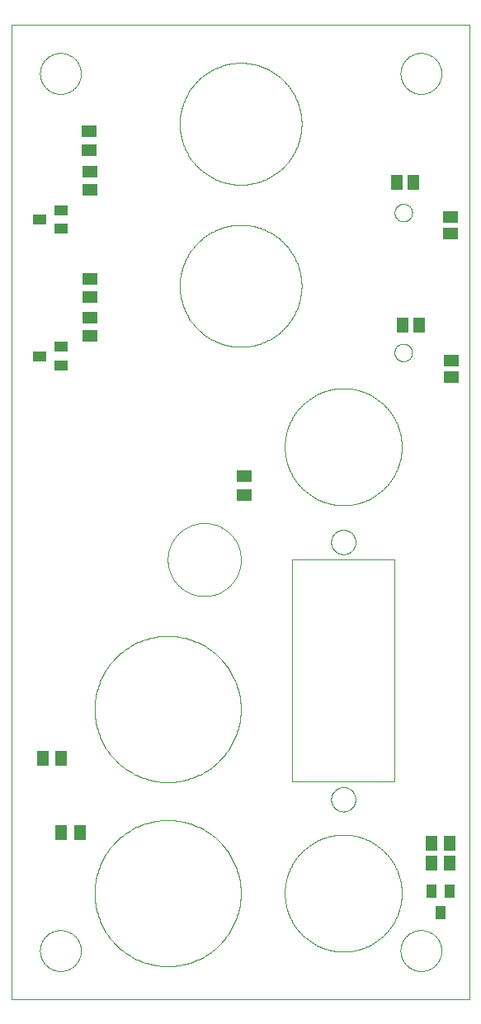
<source format=gbp>
G04 EAGLE Gerber X2 export*
%TF.Part,Single*%
%TF.FileFunction,Other,Solder paste bottom*%
%TF.FilePolarity,Positive*%
%TF.GenerationSoftware,Autodesk,EAGLE,9.4.0*%
%TF.CreationDate,2019-06-23T01:53:00Z*%
G75*
%MOMM*%
%FSLAX34Y34*%
%LPD*%
%INSolder paste bottom*%
%AMOC8*
5,1,8,0,0,1.08239X$1,22.5*%
G01*
%ADD10C,0.050000*%
%ADD11R,1.500000X1.300000*%
%ADD12C,0.000000*%
%ADD13R,1.400000X1.000000*%
%ADD14R,1.600000X1.300000*%
%ADD15R,1.000000X1.400000*%
%ADD16R,1.300000X1.600000*%
%ADD17R,1.300000X1.500000*%


D10*
X290769Y223241D02*
X290769Y451241D01*
X395769Y451241D02*
X395769Y223241D01*
X472950Y0D02*
X2950Y0D01*
X472950Y0D02*
X472950Y1000000D01*
X2950Y1000000D01*
X2950Y0D01*
X88069Y297835D02*
X88092Y299676D01*
X88159Y301515D01*
X88272Y303352D01*
X88430Y305186D01*
X88633Y307016D01*
X88881Y308840D01*
X89173Y310657D01*
X89510Y312467D01*
X89891Y314268D01*
X90317Y316059D01*
X90786Y317838D01*
X91298Y319606D01*
X91854Y321361D01*
X92453Y323102D01*
X93095Y324827D01*
X93778Y326536D01*
X94503Y328228D01*
X95270Y329902D01*
X96077Y331556D01*
X96925Y333190D01*
X97812Y334802D01*
X98739Y336393D01*
X99705Y337960D01*
X100709Y339503D01*
X101750Y341021D01*
X102828Y342512D01*
X103943Y343977D01*
X105093Y345414D01*
X106278Y346823D01*
X107498Y348202D01*
X108750Y349551D01*
X110036Y350868D01*
X111353Y352154D01*
X112702Y353406D01*
X114081Y354626D01*
X115490Y355811D01*
X116927Y356961D01*
X118392Y358076D01*
X119883Y359154D01*
X121401Y360195D01*
X122944Y361199D01*
X124511Y362165D01*
X126102Y363092D01*
X127714Y363979D01*
X129348Y364827D01*
X131002Y365634D01*
X132676Y366401D01*
X134368Y367126D01*
X136077Y367809D01*
X137802Y368451D01*
X139543Y369050D01*
X141298Y369606D01*
X143066Y370118D01*
X144845Y370587D01*
X146636Y371013D01*
X148437Y371394D01*
X150247Y371731D01*
X152064Y372023D01*
X153888Y372271D01*
X155718Y372474D01*
X157552Y372632D01*
X159389Y372745D01*
X161228Y372812D01*
X163069Y372835D01*
X164910Y372812D01*
X166749Y372745D01*
X168586Y372632D01*
X170420Y372474D01*
X172250Y372271D01*
X174074Y372023D01*
X175891Y371731D01*
X177701Y371394D01*
X179502Y371013D01*
X181293Y370587D01*
X183072Y370118D01*
X184840Y369606D01*
X186595Y369050D01*
X188336Y368451D01*
X190061Y367809D01*
X191770Y367126D01*
X193462Y366401D01*
X195136Y365634D01*
X196790Y364827D01*
X198424Y363979D01*
X200036Y363092D01*
X201627Y362165D01*
X203194Y361199D01*
X204737Y360195D01*
X206255Y359154D01*
X207746Y358076D01*
X209211Y356961D01*
X210648Y355811D01*
X212057Y354626D01*
X213436Y353406D01*
X214785Y352154D01*
X216102Y350868D01*
X217388Y349551D01*
X218640Y348202D01*
X219860Y346823D01*
X221045Y345414D01*
X222195Y343977D01*
X223310Y342512D01*
X224388Y341021D01*
X225429Y339503D01*
X226433Y337960D01*
X227399Y336393D01*
X228326Y334802D01*
X229213Y333190D01*
X230061Y331556D01*
X230868Y329902D01*
X231635Y328228D01*
X232360Y326536D01*
X233043Y324827D01*
X233685Y323102D01*
X234284Y321361D01*
X234840Y319606D01*
X235352Y317838D01*
X235821Y316059D01*
X236247Y314268D01*
X236628Y312467D01*
X236965Y310657D01*
X237257Y308840D01*
X237505Y307016D01*
X237708Y305186D01*
X237866Y303352D01*
X237979Y301515D01*
X238046Y299676D01*
X238069Y297835D01*
X238046Y295994D01*
X237979Y294155D01*
X237866Y292318D01*
X237708Y290484D01*
X237505Y288654D01*
X237257Y286830D01*
X236965Y285013D01*
X236628Y283203D01*
X236247Y281402D01*
X235821Y279611D01*
X235352Y277832D01*
X234840Y276064D01*
X234284Y274309D01*
X233685Y272568D01*
X233043Y270843D01*
X232360Y269134D01*
X231635Y267442D01*
X230868Y265768D01*
X230061Y264114D01*
X229213Y262480D01*
X228326Y260868D01*
X227399Y259277D01*
X226433Y257710D01*
X225429Y256167D01*
X224388Y254649D01*
X223310Y253158D01*
X222195Y251693D01*
X221045Y250256D01*
X219860Y248847D01*
X218640Y247468D01*
X217388Y246119D01*
X216102Y244802D01*
X214785Y243516D01*
X213436Y242264D01*
X212057Y241044D01*
X210648Y239859D01*
X209211Y238709D01*
X207746Y237594D01*
X206255Y236516D01*
X204737Y235475D01*
X203194Y234471D01*
X201627Y233505D01*
X200036Y232578D01*
X198424Y231691D01*
X196790Y230843D01*
X195136Y230036D01*
X193462Y229269D01*
X191770Y228544D01*
X190061Y227861D01*
X188336Y227219D01*
X186595Y226620D01*
X184840Y226064D01*
X183072Y225552D01*
X181293Y225083D01*
X179502Y224657D01*
X177701Y224276D01*
X175891Y223939D01*
X174074Y223647D01*
X172250Y223399D01*
X170420Y223196D01*
X168586Y223038D01*
X166749Y222925D01*
X164910Y222858D01*
X163069Y222835D01*
X161228Y222858D01*
X159389Y222925D01*
X157552Y223038D01*
X155718Y223196D01*
X153888Y223399D01*
X152064Y223647D01*
X150247Y223939D01*
X148437Y224276D01*
X146636Y224657D01*
X144845Y225083D01*
X143066Y225552D01*
X141298Y226064D01*
X139543Y226620D01*
X137802Y227219D01*
X136077Y227861D01*
X134368Y228544D01*
X132676Y229269D01*
X131002Y230036D01*
X129348Y230843D01*
X127714Y231691D01*
X126102Y232578D01*
X124511Y233505D01*
X122944Y234471D01*
X121401Y235475D01*
X119883Y236516D01*
X118392Y237594D01*
X116927Y238709D01*
X115490Y239859D01*
X114081Y241044D01*
X112702Y242264D01*
X111353Y243516D01*
X110036Y244802D01*
X108750Y246119D01*
X107498Y247468D01*
X106278Y248847D01*
X105093Y250256D01*
X103943Y251693D01*
X102828Y253158D01*
X101750Y254649D01*
X100709Y256167D01*
X99705Y257710D01*
X98739Y259277D01*
X97812Y260868D01*
X96925Y262480D01*
X96077Y264114D01*
X95270Y265768D01*
X94503Y267442D01*
X93778Y269134D01*
X93095Y270843D01*
X92453Y272568D01*
X91854Y274309D01*
X91298Y276064D01*
X90786Y277832D01*
X90317Y279611D01*
X89891Y281402D01*
X89510Y283203D01*
X89173Y285013D01*
X88881Y286830D01*
X88633Y288654D01*
X88430Y290484D01*
X88272Y292318D01*
X88159Y294155D01*
X88092Y295994D01*
X88069Y297835D01*
X330769Y205241D02*
X330773Y205548D01*
X330784Y205854D01*
X330803Y206161D01*
X330829Y206466D01*
X330863Y206771D01*
X330904Y207075D01*
X330953Y207378D01*
X331009Y207680D01*
X331073Y207980D01*
X331144Y208278D01*
X331222Y208575D01*
X331307Y208870D01*
X331400Y209162D01*
X331500Y209452D01*
X331607Y209740D01*
X331721Y210025D01*
X331841Y210307D01*
X331969Y210585D01*
X332104Y210861D01*
X332245Y211133D01*
X332393Y211402D01*
X332547Y211667D01*
X332708Y211928D01*
X332876Y212186D01*
X333049Y212439D01*
X333229Y212687D01*
X333415Y212931D01*
X333606Y213171D01*
X333804Y213406D01*
X334007Y213635D01*
X334216Y213860D01*
X334430Y214080D01*
X334650Y214294D01*
X334875Y214503D01*
X335104Y214706D01*
X335339Y214904D01*
X335579Y215095D01*
X335823Y215281D01*
X336071Y215461D01*
X336324Y215634D01*
X336582Y215802D01*
X336843Y215963D01*
X337108Y216117D01*
X337377Y216265D01*
X337649Y216406D01*
X337925Y216541D01*
X338203Y216669D01*
X338485Y216789D01*
X338770Y216903D01*
X339058Y217010D01*
X339348Y217110D01*
X339640Y217203D01*
X339935Y217288D01*
X340232Y217366D01*
X340530Y217437D01*
X340830Y217501D01*
X341132Y217557D01*
X341435Y217606D01*
X341739Y217647D01*
X342044Y217681D01*
X342349Y217707D01*
X342656Y217726D01*
X342962Y217737D01*
X343269Y217741D01*
X343576Y217737D01*
X343882Y217726D01*
X344189Y217707D01*
X344494Y217681D01*
X344799Y217647D01*
X345103Y217606D01*
X345406Y217557D01*
X345708Y217501D01*
X346008Y217437D01*
X346306Y217366D01*
X346603Y217288D01*
X346898Y217203D01*
X347190Y217110D01*
X347480Y217010D01*
X347768Y216903D01*
X348053Y216789D01*
X348335Y216669D01*
X348613Y216541D01*
X348889Y216406D01*
X349161Y216265D01*
X349430Y216117D01*
X349695Y215963D01*
X349956Y215802D01*
X350214Y215634D01*
X350467Y215461D01*
X350715Y215281D01*
X350959Y215095D01*
X351199Y214904D01*
X351434Y214706D01*
X351663Y214503D01*
X351888Y214294D01*
X352108Y214080D01*
X352322Y213860D01*
X352531Y213635D01*
X352734Y213406D01*
X352932Y213171D01*
X353123Y212931D01*
X353309Y212687D01*
X353489Y212439D01*
X353662Y212186D01*
X353830Y211928D01*
X353991Y211667D01*
X354145Y211402D01*
X354293Y211133D01*
X354434Y210861D01*
X354569Y210585D01*
X354697Y210307D01*
X354817Y210025D01*
X354931Y209740D01*
X355038Y209452D01*
X355138Y209162D01*
X355231Y208870D01*
X355316Y208575D01*
X355394Y208278D01*
X355465Y207980D01*
X355529Y207680D01*
X355585Y207378D01*
X355634Y207075D01*
X355675Y206771D01*
X355709Y206466D01*
X355735Y206161D01*
X355754Y205854D01*
X355765Y205548D01*
X355769Y205241D01*
X355765Y204934D01*
X355754Y204628D01*
X355735Y204321D01*
X355709Y204016D01*
X355675Y203711D01*
X355634Y203407D01*
X355585Y203104D01*
X355529Y202802D01*
X355465Y202502D01*
X355394Y202204D01*
X355316Y201907D01*
X355231Y201612D01*
X355138Y201320D01*
X355038Y201030D01*
X354931Y200742D01*
X354817Y200457D01*
X354697Y200175D01*
X354569Y199897D01*
X354434Y199621D01*
X354293Y199349D01*
X354145Y199080D01*
X353991Y198815D01*
X353830Y198554D01*
X353662Y198296D01*
X353489Y198043D01*
X353309Y197795D01*
X353123Y197551D01*
X352932Y197311D01*
X352734Y197076D01*
X352531Y196847D01*
X352322Y196622D01*
X352108Y196402D01*
X351888Y196188D01*
X351663Y195979D01*
X351434Y195776D01*
X351199Y195578D01*
X350959Y195387D01*
X350715Y195201D01*
X350467Y195021D01*
X350214Y194848D01*
X349956Y194680D01*
X349695Y194519D01*
X349430Y194365D01*
X349161Y194217D01*
X348889Y194076D01*
X348613Y193941D01*
X348335Y193813D01*
X348053Y193693D01*
X347768Y193579D01*
X347480Y193472D01*
X347190Y193372D01*
X346898Y193279D01*
X346603Y193194D01*
X346306Y193116D01*
X346008Y193045D01*
X345708Y192981D01*
X345406Y192925D01*
X345103Y192876D01*
X344799Y192835D01*
X344494Y192801D01*
X344189Y192775D01*
X343882Y192756D01*
X343576Y192745D01*
X343269Y192741D01*
X342962Y192745D01*
X342656Y192756D01*
X342349Y192775D01*
X342044Y192801D01*
X341739Y192835D01*
X341435Y192876D01*
X341132Y192925D01*
X340830Y192981D01*
X340530Y193045D01*
X340232Y193116D01*
X339935Y193194D01*
X339640Y193279D01*
X339348Y193372D01*
X339058Y193472D01*
X338770Y193579D01*
X338485Y193693D01*
X338203Y193813D01*
X337925Y193941D01*
X337649Y194076D01*
X337377Y194217D01*
X337108Y194365D01*
X336843Y194519D01*
X336582Y194680D01*
X336324Y194848D01*
X336071Y195021D01*
X335823Y195201D01*
X335579Y195387D01*
X335339Y195578D01*
X335104Y195776D01*
X334875Y195979D01*
X334650Y196188D01*
X334430Y196402D01*
X334216Y196622D01*
X334007Y196847D01*
X333804Y197076D01*
X333606Y197311D01*
X333415Y197551D01*
X333229Y197795D01*
X333049Y198043D01*
X332876Y198296D01*
X332708Y198554D01*
X332547Y198815D01*
X332393Y199080D01*
X332245Y199349D01*
X332104Y199621D01*
X331969Y199897D01*
X331841Y200175D01*
X331721Y200457D01*
X331607Y200742D01*
X331500Y201030D01*
X331400Y201320D01*
X331307Y201612D01*
X331222Y201907D01*
X331144Y202204D01*
X331073Y202502D01*
X331009Y202802D01*
X330953Y203104D01*
X330904Y203407D01*
X330863Y203711D01*
X330829Y204016D01*
X330803Y204321D01*
X330784Y204628D01*
X330773Y204934D01*
X330769Y205241D01*
X88069Y108941D02*
X88092Y110782D01*
X88159Y112621D01*
X88272Y114458D01*
X88430Y116292D01*
X88633Y118122D01*
X88881Y119946D01*
X89173Y121763D01*
X89510Y123573D01*
X89891Y125374D01*
X90317Y127165D01*
X90786Y128944D01*
X91298Y130712D01*
X91854Y132467D01*
X92453Y134208D01*
X93095Y135933D01*
X93778Y137642D01*
X94503Y139334D01*
X95270Y141008D01*
X96077Y142662D01*
X96925Y144296D01*
X97812Y145908D01*
X98739Y147499D01*
X99705Y149066D01*
X100709Y150609D01*
X101750Y152127D01*
X102828Y153618D01*
X103943Y155083D01*
X105093Y156520D01*
X106278Y157929D01*
X107498Y159308D01*
X108750Y160657D01*
X110036Y161974D01*
X111353Y163260D01*
X112702Y164512D01*
X114081Y165732D01*
X115490Y166917D01*
X116927Y168067D01*
X118392Y169182D01*
X119883Y170260D01*
X121401Y171301D01*
X122944Y172305D01*
X124511Y173271D01*
X126102Y174198D01*
X127714Y175085D01*
X129348Y175933D01*
X131002Y176740D01*
X132676Y177507D01*
X134368Y178232D01*
X136077Y178915D01*
X137802Y179557D01*
X139543Y180156D01*
X141298Y180712D01*
X143066Y181224D01*
X144845Y181693D01*
X146636Y182119D01*
X148437Y182500D01*
X150247Y182837D01*
X152064Y183129D01*
X153888Y183377D01*
X155718Y183580D01*
X157552Y183738D01*
X159389Y183851D01*
X161228Y183918D01*
X163069Y183941D01*
X164910Y183918D01*
X166749Y183851D01*
X168586Y183738D01*
X170420Y183580D01*
X172250Y183377D01*
X174074Y183129D01*
X175891Y182837D01*
X177701Y182500D01*
X179502Y182119D01*
X181293Y181693D01*
X183072Y181224D01*
X184840Y180712D01*
X186595Y180156D01*
X188336Y179557D01*
X190061Y178915D01*
X191770Y178232D01*
X193462Y177507D01*
X195136Y176740D01*
X196790Y175933D01*
X198424Y175085D01*
X200036Y174198D01*
X201627Y173271D01*
X203194Y172305D01*
X204737Y171301D01*
X206255Y170260D01*
X207746Y169182D01*
X209211Y168067D01*
X210648Y166917D01*
X212057Y165732D01*
X213436Y164512D01*
X214785Y163260D01*
X216102Y161974D01*
X217388Y160657D01*
X218640Y159308D01*
X219860Y157929D01*
X221045Y156520D01*
X222195Y155083D01*
X223310Y153618D01*
X224388Y152127D01*
X225429Y150609D01*
X226433Y149066D01*
X227399Y147499D01*
X228326Y145908D01*
X229213Y144296D01*
X230061Y142662D01*
X230868Y141008D01*
X231635Y139334D01*
X232360Y137642D01*
X233043Y135933D01*
X233685Y134208D01*
X234284Y132467D01*
X234840Y130712D01*
X235352Y128944D01*
X235821Y127165D01*
X236247Y125374D01*
X236628Y123573D01*
X236965Y121763D01*
X237257Y119946D01*
X237505Y118122D01*
X237708Y116292D01*
X237866Y114458D01*
X237979Y112621D01*
X238046Y110782D01*
X238069Y108941D01*
X238046Y107100D01*
X237979Y105261D01*
X237866Y103424D01*
X237708Y101590D01*
X237505Y99760D01*
X237257Y97936D01*
X236965Y96119D01*
X236628Y94309D01*
X236247Y92508D01*
X235821Y90717D01*
X235352Y88938D01*
X234840Y87170D01*
X234284Y85415D01*
X233685Y83674D01*
X233043Y81949D01*
X232360Y80240D01*
X231635Y78548D01*
X230868Y76874D01*
X230061Y75220D01*
X229213Y73586D01*
X228326Y71974D01*
X227399Y70383D01*
X226433Y68816D01*
X225429Y67273D01*
X224388Y65755D01*
X223310Y64264D01*
X222195Y62799D01*
X221045Y61362D01*
X219860Y59953D01*
X218640Y58574D01*
X217388Y57225D01*
X216102Y55908D01*
X214785Y54622D01*
X213436Y53370D01*
X212057Y52150D01*
X210648Y50965D01*
X209211Y49815D01*
X207746Y48700D01*
X206255Y47622D01*
X204737Y46581D01*
X203194Y45577D01*
X201627Y44611D01*
X200036Y43684D01*
X198424Y42797D01*
X196790Y41949D01*
X195136Y41142D01*
X193462Y40375D01*
X191770Y39650D01*
X190061Y38967D01*
X188336Y38325D01*
X186595Y37726D01*
X184840Y37170D01*
X183072Y36658D01*
X181293Y36189D01*
X179502Y35763D01*
X177701Y35382D01*
X175891Y35045D01*
X174074Y34753D01*
X172250Y34505D01*
X170420Y34302D01*
X168586Y34144D01*
X166749Y34031D01*
X164910Y33964D01*
X163069Y33941D01*
X161228Y33964D01*
X159389Y34031D01*
X157552Y34144D01*
X155718Y34302D01*
X153888Y34505D01*
X152064Y34753D01*
X150247Y35045D01*
X148437Y35382D01*
X146636Y35763D01*
X144845Y36189D01*
X143066Y36658D01*
X141298Y37170D01*
X139543Y37726D01*
X137802Y38325D01*
X136077Y38967D01*
X134368Y39650D01*
X132676Y40375D01*
X131002Y41142D01*
X129348Y41949D01*
X127714Y42797D01*
X126102Y43684D01*
X124511Y44611D01*
X122944Y45577D01*
X121401Y46581D01*
X119883Y47622D01*
X118392Y48700D01*
X116927Y49815D01*
X115490Y50965D01*
X114081Y52150D01*
X112702Y53370D01*
X111353Y54622D01*
X110036Y55908D01*
X108750Y57225D01*
X107498Y58574D01*
X106278Y59953D01*
X105093Y61362D01*
X103943Y62799D01*
X102828Y64264D01*
X101750Y65755D01*
X100709Y67273D01*
X99705Y68816D01*
X98739Y70383D01*
X97812Y71974D01*
X96925Y73586D01*
X96077Y75220D01*
X95270Y76874D01*
X94503Y78548D01*
X93778Y80240D01*
X93095Y81949D01*
X92453Y83674D01*
X91854Y85415D01*
X91298Y87170D01*
X90786Y88938D01*
X90317Y90717D01*
X89891Y92508D01*
X89510Y94309D01*
X89173Y96119D01*
X88881Y97936D01*
X88633Y99760D01*
X88430Y101590D01*
X88272Y103424D01*
X88159Y105261D01*
X88092Y107100D01*
X88069Y108941D01*
X401950Y50000D02*
X401956Y50515D01*
X401975Y51030D01*
X402007Y51545D01*
X402051Y52058D01*
X402108Y52571D01*
X402177Y53081D01*
X402259Y53590D01*
X402354Y54097D01*
X402460Y54601D01*
X402579Y55103D01*
X402711Y55601D01*
X402854Y56096D01*
X403010Y56587D01*
X403178Y57075D01*
X403357Y57558D01*
X403549Y58036D01*
X403752Y58510D01*
X403966Y58979D01*
X404192Y59442D01*
X404430Y59899D01*
X404678Y60351D01*
X404938Y60796D01*
X405208Y61235D01*
X405489Y61667D01*
X405781Y62092D01*
X406083Y62510D01*
X406395Y62920D01*
X406717Y63322D01*
X407049Y63717D01*
X407390Y64103D01*
X407741Y64480D01*
X408101Y64849D01*
X408470Y65209D01*
X408847Y65560D01*
X409233Y65901D01*
X409628Y66233D01*
X410030Y66555D01*
X410440Y66867D01*
X410858Y67169D01*
X411283Y67461D01*
X411715Y67742D01*
X412154Y68012D01*
X412599Y68272D01*
X413051Y68520D01*
X413508Y68758D01*
X413971Y68984D01*
X414440Y69198D01*
X414914Y69401D01*
X415392Y69593D01*
X415875Y69772D01*
X416363Y69940D01*
X416854Y70096D01*
X417349Y70239D01*
X417847Y70371D01*
X418349Y70490D01*
X418853Y70596D01*
X419360Y70691D01*
X419869Y70773D01*
X420379Y70842D01*
X420892Y70899D01*
X421405Y70943D01*
X421920Y70975D01*
X422435Y70994D01*
X422950Y71000D01*
X423465Y70994D01*
X423980Y70975D01*
X424495Y70943D01*
X425008Y70899D01*
X425521Y70842D01*
X426031Y70773D01*
X426540Y70691D01*
X427047Y70596D01*
X427551Y70490D01*
X428053Y70371D01*
X428551Y70239D01*
X429046Y70096D01*
X429537Y69940D01*
X430025Y69772D01*
X430508Y69593D01*
X430986Y69401D01*
X431460Y69198D01*
X431929Y68984D01*
X432392Y68758D01*
X432849Y68520D01*
X433301Y68272D01*
X433746Y68012D01*
X434185Y67742D01*
X434617Y67461D01*
X435042Y67169D01*
X435460Y66867D01*
X435870Y66555D01*
X436272Y66233D01*
X436667Y65901D01*
X437053Y65560D01*
X437430Y65209D01*
X437799Y64849D01*
X438159Y64480D01*
X438510Y64103D01*
X438851Y63717D01*
X439183Y63322D01*
X439505Y62920D01*
X439817Y62510D01*
X440119Y62092D01*
X440411Y61667D01*
X440692Y61235D01*
X440962Y60796D01*
X441222Y60351D01*
X441470Y59899D01*
X441708Y59442D01*
X441934Y58979D01*
X442148Y58510D01*
X442351Y58036D01*
X442543Y57558D01*
X442722Y57075D01*
X442890Y56587D01*
X443046Y56096D01*
X443189Y55601D01*
X443321Y55103D01*
X443440Y54601D01*
X443546Y54097D01*
X443641Y53590D01*
X443723Y53081D01*
X443792Y52571D01*
X443849Y52058D01*
X443893Y51545D01*
X443925Y51030D01*
X443944Y50515D01*
X443950Y50000D01*
X443944Y49485D01*
X443925Y48970D01*
X443893Y48455D01*
X443849Y47942D01*
X443792Y47429D01*
X443723Y46919D01*
X443641Y46410D01*
X443546Y45903D01*
X443440Y45399D01*
X443321Y44897D01*
X443189Y44399D01*
X443046Y43904D01*
X442890Y43413D01*
X442722Y42925D01*
X442543Y42442D01*
X442351Y41964D01*
X442148Y41490D01*
X441934Y41021D01*
X441708Y40558D01*
X441470Y40101D01*
X441222Y39649D01*
X440962Y39204D01*
X440692Y38765D01*
X440411Y38333D01*
X440119Y37908D01*
X439817Y37490D01*
X439505Y37080D01*
X439183Y36678D01*
X438851Y36283D01*
X438510Y35897D01*
X438159Y35520D01*
X437799Y35151D01*
X437430Y34791D01*
X437053Y34440D01*
X436667Y34099D01*
X436272Y33767D01*
X435870Y33445D01*
X435460Y33133D01*
X435042Y32831D01*
X434617Y32539D01*
X434185Y32258D01*
X433746Y31988D01*
X433301Y31728D01*
X432849Y31480D01*
X432392Y31242D01*
X431929Y31016D01*
X431460Y30802D01*
X430986Y30599D01*
X430508Y30407D01*
X430025Y30228D01*
X429537Y30060D01*
X429046Y29904D01*
X428551Y29761D01*
X428053Y29629D01*
X427551Y29510D01*
X427047Y29404D01*
X426540Y29309D01*
X426031Y29227D01*
X425521Y29158D01*
X425008Y29101D01*
X424495Y29057D01*
X423980Y29025D01*
X423465Y29006D01*
X422950Y29000D01*
X422435Y29006D01*
X421920Y29025D01*
X421405Y29057D01*
X420892Y29101D01*
X420379Y29158D01*
X419869Y29227D01*
X419360Y29309D01*
X418853Y29404D01*
X418349Y29510D01*
X417847Y29629D01*
X417349Y29761D01*
X416854Y29904D01*
X416363Y30060D01*
X415875Y30228D01*
X415392Y30407D01*
X414914Y30599D01*
X414440Y30802D01*
X413971Y31016D01*
X413508Y31242D01*
X413051Y31480D01*
X412599Y31728D01*
X412154Y31988D01*
X411715Y32258D01*
X411283Y32539D01*
X410858Y32831D01*
X410440Y33133D01*
X410030Y33445D01*
X409628Y33767D01*
X409233Y34099D01*
X408847Y34440D01*
X408470Y34791D01*
X408101Y35151D01*
X407741Y35520D01*
X407390Y35897D01*
X407049Y36283D01*
X406717Y36678D01*
X406395Y37080D01*
X406083Y37490D01*
X405781Y37908D01*
X405489Y38333D01*
X405208Y38765D01*
X404938Y39204D01*
X404678Y39649D01*
X404430Y40101D01*
X404192Y40558D01*
X403966Y41021D01*
X403752Y41490D01*
X403549Y41964D01*
X403357Y42442D01*
X403178Y42925D01*
X403010Y43413D01*
X402854Y43904D01*
X402711Y44399D01*
X402579Y44897D01*
X402460Y45399D01*
X402354Y45903D01*
X402259Y46410D01*
X402177Y46919D01*
X402108Y47429D01*
X402051Y47942D01*
X402007Y48455D01*
X401975Y48970D01*
X401956Y49485D01*
X401950Y50000D01*
X283269Y108941D02*
X283287Y110413D01*
X283341Y111885D01*
X283432Y113355D01*
X283558Y114822D01*
X283720Y116286D01*
X283918Y117745D01*
X284152Y119199D01*
X284422Y120646D01*
X284727Y122087D01*
X285067Y123520D01*
X285442Y124944D01*
X285853Y126358D01*
X286297Y127762D01*
X286776Y129154D01*
X287289Y130535D01*
X287836Y131902D01*
X288416Y133255D01*
X289030Y134594D01*
X289676Y135918D01*
X290354Y137225D01*
X291064Y138515D01*
X291805Y139787D01*
X292578Y141041D01*
X293381Y142275D01*
X294214Y143489D01*
X295077Y144683D01*
X295968Y145855D01*
X296888Y147005D01*
X297836Y148131D01*
X298812Y149235D01*
X299814Y150313D01*
X300843Y151367D01*
X301897Y152396D01*
X302975Y153398D01*
X304079Y154374D01*
X305205Y155322D01*
X306355Y156242D01*
X307527Y157133D01*
X308721Y157996D01*
X309935Y158829D01*
X311169Y159632D01*
X312423Y160405D01*
X313695Y161146D01*
X314985Y161856D01*
X316292Y162534D01*
X317616Y163180D01*
X318955Y163794D01*
X320308Y164374D01*
X321675Y164921D01*
X323056Y165434D01*
X324448Y165913D01*
X325852Y166357D01*
X327266Y166768D01*
X328690Y167143D01*
X330123Y167483D01*
X331564Y167788D01*
X333011Y168058D01*
X334465Y168292D01*
X335924Y168490D01*
X337388Y168652D01*
X338855Y168778D01*
X340325Y168869D01*
X341797Y168923D01*
X343269Y168941D01*
X344741Y168923D01*
X346213Y168869D01*
X347683Y168778D01*
X349150Y168652D01*
X350614Y168490D01*
X352073Y168292D01*
X353527Y168058D01*
X354974Y167788D01*
X356415Y167483D01*
X357848Y167143D01*
X359272Y166768D01*
X360686Y166357D01*
X362090Y165913D01*
X363482Y165434D01*
X364863Y164921D01*
X366230Y164374D01*
X367583Y163794D01*
X368922Y163180D01*
X370246Y162534D01*
X371553Y161856D01*
X372843Y161146D01*
X374115Y160405D01*
X375369Y159632D01*
X376603Y158829D01*
X377817Y157996D01*
X379011Y157133D01*
X380183Y156242D01*
X381333Y155322D01*
X382459Y154374D01*
X383563Y153398D01*
X384641Y152396D01*
X385695Y151367D01*
X386724Y150313D01*
X387726Y149235D01*
X388702Y148131D01*
X389650Y147005D01*
X390570Y145855D01*
X391461Y144683D01*
X392324Y143489D01*
X393157Y142275D01*
X393960Y141041D01*
X394733Y139787D01*
X395474Y138515D01*
X396184Y137225D01*
X396862Y135918D01*
X397508Y134594D01*
X398122Y133255D01*
X398702Y131902D01*
X399249Y130535D01*
X399762Y129154D01*
X400241Y127762D01*
X400685Y126358D01*
X401096Y124944D01*
X401471Y123520D01*
X401811Y122087D01*
X402116Y120646D01*
X402386Y119199D01*
X402620Y117745D01*
X402818Y116286D01*
X402980Y114822D01*
X403106Y113355D01*
X403197Y111885D01*
X403251Y110413D01*
X403269Y108941D01*
X403251Y107469D01*
X403197Y105997D01*
X403106Y104527D01*
X402980Y103060D01*
X402818Y101596D01*
X402620Y100137D01*
X402386Y98683D01*
X402116Y97236D01*
X401811Y95795D01*
X401471Y94362D01*
X401096Y92938D01*
X400685Y91524D01*
X400241Y90120D01*
X399762Y88728D01*
X399249Y87347D01*
X398702Y85980D01*
X398122Y84627D01*
X397508Y83288D01*
X396862Y81964D01*
X396184Y80657D01*
X395474Y79367D01*
X394733Y78095D01*
X393960Y76841D01*
X393157Y75607D01*
X392324Y74393D01*
X391461Y73199D01*
X390570Y72027D01*
X389650Y70877D01*
X388702Y69751D01*
X387726Y68647D01*
X386724Y67569D01*
X385695Y66515D01*
X384641Y65486D01*
X383563Y64484D01*
X382459Y63508D01*
X381333Y62560D01*
X380183Y61640D01*
X379011Y60749D01*
X377817Y59886D01*
X376603Y59053D01*
X375369Y58250D01*
X374115Y57477D01*
X372843Y56736D01*
X371553Y56026D01*
X370246Y55348D01*
X368922Y54702D01*
X367583Y54088D01*
X366230Y53508D01*
X364863Y52961D01*
X363482Y52448D01*
X362090Y51969D01*
X360686Y51525D01*
X359272Y51114D01*
X357848Y50739D01*
X356415Y50399D01*
X354974Y50094D01*
X353527Y49824D01*
X352073Y49590D01*
X350614Y49392D01*
X349150Y49230D01*
X347683Y49104D01*
X346213Y49013D01*
X344741Y48959D01*
X343269Y48941D01*
X341797Y48959D01*
X340325Y49013D01*
X338855Y49104D01*
X337388Y49230D01*
X335924Y49392D01*
X334465Y49590D01*
X333011Y49824D01*
X331564Y50094D01*
X330123Y50399D01*
X328690Y50739D01*
X327266Y51114D01*
X325852Y51525D01*
X324448Y51969D01*
X323056Y52448D01*
X321675Y52961D01*
X320308Y53508D01*
X318955Y54088D01*
X317616Y54702D01*
X316292Y55348D01*
X314985Y56026D01*
X313695Y56736D01*
X312423Y57477D01*
X311169Y58250D01*
X309935Y59053D01*
X308721Y59886D01*
X307527Y60749D01*
X306355Y61640D01*
X305205Y62560D01*
X304079Y63508D01*
X302975Y64484D01*
X301897Y65486D01*
X300843Y66515D01*
X299814Y67569D01*
X298812Y68647D01*
X297836Y69751D01*
X296888Y70877D01*
X295968Y72027D01*
X295077Y73199D01*
X294214Y74393D01*
X293381Y75607D01*
X292578Y76841D01*
X291805Y78095D01*
X291064Y79367D01*
X290354Y80657D01*
X289676Y81964D01*
X289030Y83288D01*
X288416Y84627D01*
X287836Y85980D01*
X287289Y87347D01*
X286776Y88728D01*
X286297Y90120D01*
X285853Y91524D01*
X285442Y92938D01*
X285067Y94362D01*
X284727Y95795D01*
X284422Y97236D01*
X284152Y98683D01*
X283918Y100137D01*
X283720Y101596D01*
X283558Y103060D01*
X283432Y104527D01*
X283341Y105997D01*
X283287Y107469D01*
X283269Y108941D01*
X31950Y50000D02*
X31956Y50515D01*
X31975Y51030D01*
X32007Y51545D01*
X32051Y52058D01*
X32108Y52571D01*
X32177Y53081D01*
X32259Y53590D01*
X32354Y54097D01*
X32460Y54601D01*
X32579Y55103D01*
X32711Y55601D01*
X32854Y56096D01*
X33010Y56587D01*
X33178Y57075D01*
X33357Y57558D01*
X33549Y58036D01*
X33752Y58510D01*
X33966Y58979D01*
X34192Y59442D01*
X34430Y59899D01*
X34678Y60351D01*
X34938Y60796D01*
X35208Y61235D01*
X35489Y61667D01*
X35781Y62092D01*
X36083Y62510D01*
X36395Y62920D01*
X36717Y63322D01*
X37049Y63717D01*
X37390Y64103D01*
X37741Y64480D01*
X38101Y64849D01*
X38470Y65209D01*
X38847Y65560D01*
X39233Y65901D01*
X39628Y66233D01*
X40030Y66555D01*
X40440Y66867D01*
X40858Y67169D01*
X41283Y67461D01*
X41715Y67742D01*
X42154Y68012D01*
X42599Y68272D01*
X43051Y68520D01*
X43508Y68758D01*
X43971Y68984D01*
X44440Y69198D01*
X44914Y69401D01*
X45392Y69593D01*
X45875Y69772D01*
X46363Y69940D01*
X46854Y70096D01*
X47349Y70239D01*
X47847Y70371D01*
X48349Y70490D01*
X48853Y70596D01*
X49360Y70691D01*
X49869Y70773D01*
X50379Y70842D01*
X50892Y70899D01*
X51405Y70943D01*
X51920Y70975D01*
X52435Y70994D01*
X52950Y71000D01*
X53465Y70994D01*
X53980Y70975D01*
X54495Y70943D01*
X55008Y70899D01*
X55521Y70842D01*
X56031Y70773D01*
X56540Y70691D01*
X57047Y70596D01*
X57551Y70490D01*
X58053Y70371D01*
X58551Y70239D01*
X59046Y70096D01*
X59537Y69940D01*
X60025Y69772D01*
X60508Y69593D01*
X60986Y69401D01*
X61460Y69198D01*
X61929Y68984D01*
X62392Y68758D01*
X62849Y68520D01*
X63301Y68272D01*
X63746Y68012D01*
X64185Y67742D01*
X64617Y67461D01*
X65042Y67169D01*
X65460Y66867D01*
X65870Y66555D01*
X66272Y66233D01*
X66667Y65901D01*
X67053Y65560D01*
X67430Y65209D01*
X67799Y64849D01*
X68159Y64480D01*
X68510Y64103D01*
X68851Y63717D01*
X69183Y63322D01*
X69505Y62920D01*
X69817Y62510D01*
X70119Y62092D01*
X70411Y61667D01*
X70692Y61235D01*
X70962Y60796D01*
X71222Y60351D01*
X71470Y59899D01*
X71708Y59442D01*
X71934Y58979D01*
X72148Y58510D01*
X72351Y58036D01*
X72543Y57558D01*
X72722Y57075D01*
X72890Y56587D01*
X73046Y56096D01*
X73189Y55601D01*
X73321Y55103D01*
X73440Y54601D01*
X73546Y54097D01*
X73641Y53590D01*
X73723Y53081D01*
X73792Y52571D01*
X73849Y52058D01*
X73893Y51545D01*
X73925Y51030D01*
X73944Y50515D01*
X73950Y50000D01*
X73944Y49485D01*
X73925Y48970D01*
X73893Y48455D01*
X73849Y47942D01*
X73792Y47429D01*
X73723Y46919D01*
X73641Y46410D01*
X73546Y45903D01*
X73440Y45399D01*
X73321Y44897D01*
X73189Y44399D01*
X73046Y43904D01*
X72890Y43413D01*
X72722Y42925D01*
X72543Y42442D01*
X72351Y41964D01*
X72148Y41490D01*
X71934Y41021D01*
X71708Y40558D01*
X71470Y40101D01*
X71222Y39649D01*
X70962Y39204D01*
X70692Y38765D01*
X70411Y38333D01*
X70119Y37908D01*
X69817Y37490D01*
X69505Y37080D01*
X69183Y36678D01*
X68851Y36283D01*
X68510Y35897D01*
X68159Y35520D01*
X67799Y35151D01*
X67430Y34791D01*
X67053Y34440D01*
X66667Y34099D01*
X66272Y33767D01*
X65870Y33445D01*
X65460Y33133D01*
X65042Y32831D01*
X64617Y32539D01*
X64185Y32258D01*
X63746Y31988D01*
X63301Y31728D01*
X62849Y31480D01*
X62392Y31242D01*
X61929Y31016D01*
X61460Y30802D01*
X60986Y30599D01*
X60508Y30407D01*
X60025Y30228D01*
X59537Y30060D01*
X59046Y29904D01*
X58551Y29761D01*
X58053Y29629D01*
X57551Y29510D01*
X57047Y29404D01*
X56540Y29309D01*
X56031Y29227D01*
X55521Y29158D01*
X55008Y29101D01*
X54495Y29057D01*
X53980Y29025D01*
X53465Y29006D01*
X52950Y29000D01*
X52435Y29006D01*
X51920Y29025D01*
X51405Y29057D01*
X50892Y29101D01*
X50379Y29158D01*
X49869Y29227D01*
X49360Y29309D01*
X48853Y29404D01*
X48349Y29510D01*
X47847Y29629D01*
X47349Y29761D01*
X46854Y29904D01*
X46363Y30060D01*
X45875Y30228D01*
X45392Y30407D01*
X44914Y30599D01*
X44440Y30802D01*
X43971Y31016D01*
X43508Y31242D01*
X43051Y31480D01*
X42599Y31728D01*
X42154Y31988D01*
X41715Y32258D01*
X41283Y32539D01*
X40858Y32831D01*
X40440Y33133D01*
X40030Y33445D01*
X39628Y33767D01*
X39233Y34099D01*
X38847Y34440D01*
X38470Y34791D01*
X38101Y35151D01*
X37741Y35520D01*
X37390Y35897D01*
X37049Y36283D01*
X36717Y36678D01*
X36395Y37080D01*
X36083Y37490D01*
X35781Y37908D01*
X35489Y38333D01*
X35208Y38765D01*
X34938Y39204D01*
X34678Y39649D01*
X34430Y40101D01*
X34192Y40558D01*
X33966Y41021D01*
X33752Y41490D01*
X33549Y41964D01*
X33357Y42442D01*
X33178Y42925D01*
X33010Y43413D01*
X32854Y43904D01*
X32711Y44399D01*
X32579Y44897D01*
X32460Y45399D01*
X32354Y45903D01*
X32259Y46410D01*
X32177Y46919D01*
X32108Y47429D01*
X32051Y47942D01*
X32007Y48455D01*
X31975Y48970D01*
X31956Y49485D01*
X31950Y50000D01*
X175450Y732064D02*
X175469Y733598D01*
X175525Y735131D01*
X175619Y736662D01*
X175751Y738190D01*
X175920Y739715D01*
X176126Y741235D01*
X176370Y742749D01*
X176651Y744257D01*
X176969Y745758D01*
X177323Y747250D01*
X177714Y748734D01*
X178141Y750207D01*
X178604Y751669D01*
X179103Y753120D01*
X179638Y754557D01*
X180208Y755982D01*
X180812Y757392D01*
X181451Y758786D01*
X182123Y760165D01*
X182830Y761526D01*
X183570Y762870D01*
X184342Y764195D01*
X185147Y765501D01*
X185983Y766787D01*
X186851Y768052D01*
X187750Y769295D01*
X188678Y770516D01*
X189637Y771714D01*
X190624Y772887D01*
X191641Y774036D01*
X192685Y775160D01*
X193756Y776258D01*
X194854Y777329D01*
X195978Y778373D01*
X197127Y779390D01*
X198300Y780377D01*
X199498Y781336D01*
X200719Y782264D01*
X201962Y783163D01*
X203227Y784031D01*
X204513Y784867D01*
X205819Y785672D01*
X207144Y786444D01*
X208488Y787184D01*
X209849Y787891D01*
X211228Y788563D01*
X212622Y789202D01*
X214032Y789806D01*
X215457Y790376D01*
X216894Y790911D01*
X218345Y791410D01*
X219807Y791873D01*
X221280Y792300D01*
X222764Y792691D01*
X224256Y793045D01*
X225757Y793363D01*
X227265Y793644D01*
X228779Y793888D01*
X230299Y794094D01*
X231824Y794263D01*
X233352Y794395D01*
X234883Y794489D01*
X236416Y794545D01*
X237950Y794564D01*
X239484Y794545D01*
X241017Y794489D01*
X242548Y794395D01*
X244076Y794263D01*
X245601Y794094D01*
X247121Y793888D01*
X248635Y793644D01*
X250143Y793363D01*
X251644Y793045D01*
X253136Y792691D01*
X254620Y792300D01*
X256093Y791873D01*
X257555Y791410D01*
X259006Y790911D01*
X260443Y790376D01*
X261868Y789806D01*
X263278Y789202D01*
X264672Y788563D01*
X266051Y787891D01*
X267412Y787184D01*
X268756Y786444D01*
X270081Y785672D01*
X271387Y784867D01*
X272673Y784031D01*
X273938Y783163D01*
X275181Y782264D01*
X276402Y781336D01*
X277600Y780377D01*
X278773Y779390D01*
X279922Y778373D01*
X281046Y777329D01*
X282144Y776258D01*
X283215Y775160D01*
X284259Y774036D01*
X285276Y772887D01*
X286263Y771714D01*
X287222Y770516D01*
X288150Y769295D01*
X289049Y768052D01*
X289917Y766787D01*
X290753Y765501D01*
X291558Y764195D01*
X292330Y762870D01*
X293070Y761526D01*
X293777Y760165D01*
X294449Y758786D01*
X295088Y757392D01*
X295692Y755982D01*
X296262Y754557D01*
X296797Y753120D01*
X297296Y751669D01*
X297759Y750207D01*
X298186Y748734D01*
X298577Y747250D01*
X298931Y745758D01*
X299249Y744257D01*
X299530Y742749D01*
X299774Y741235D01*
X299980Y739715D01*
X300149Y738190D01*
X300281Y736662D01*
X300375Y735131D01*
X300431Y733598D01*
X300450Y732064D01*
X300431Y730530D01*
X300375Y728997D01*
X300281Y727466D01*
X300149Y725938D01*
X299980Y724413D01*
X299774Y722893D01*
X299530Y721379D01*
X299249Y719871D01*
X298931Y718370D01*
X298577Y716878D01*
X298186Y715394D01*
X297759Y713921D01*
X297296Y712459D01*
X296797Y711008D01*
X296262Y709571D01*
X295692Y708146D01*
X295088Y706736D01*
X294449Y705342D01*
X293777Y703963D01*
X293070Y702602D01*
X292330Y701258D01*
X291558Y699933D01*
X290753Y698627D01*
X289917Y697341D01*
X289049Y696076D01*
X288150Y694833D01*
X287222Y693612D01*
X286263Y692414D01*
X285276Y691241D01*
X284259Y690092D01*
X283215Y688968D01*
X282144Y687870D01*
X281046Y686799D01*
X279922Y685755D01*
X278773Y684738D01*
X277600Y683751D01*
X276402Y682792D01*
X275181Y681864D01*
X273938Y680965D01*
X272673Y680097D01*
X271387Y679261D01*
X270081Y678456D01*
X268756Y677684D01*
X267412Y676944D01*
X266051Y676237D01*
X264672Y675565D01*
X263278Y674926D01*
X261868Y674322D01*
X260443Y673752D01*
X259006Y673217D01*
X257555Y672718D01*
X256093Y672255D01*
X254620Y671828D01*
X253136Y671437D01*
X251644Y671083D01*
X250143Y670765D01*
X248635Y670484D01*
X247121Y670240D01*
X245601Y670034D01*
X244076Y669865D01*
X242548Y669733D01*
X241017Y669639D01*
X239484Y669583D01*
X237950Y669564D01*
X236416Y669583D01*
X234883Y669639D01*
X233352Y669733D01*
X231824Y669865D01*
X230299Y670034D01*
X228779Y670240D01*
X227265Y670484D01*
X225757Y670765D01*
X224256Y671083D01*
X222764Y671437D01*
X221280Y671828D01*
X219807Y672255D01*
X218345Y672718D01*
X216894Y673217D01*
X215457Y673752D01*
X214032Y674322D01*
X212622Y674926D01*
X211228Y675565D01*
X209849Y676237D01*
X208488Y676944D01*
X207144Y677684D01*
X205819Y678456D01*
X204513Y679261D01*
X203227Y680097D01*
X201962Y680965D01*
X200719Y681864D01*
X199498Y682792D01*
X198300Y683751D01*
X197127Y684738D01*
X195978Y685755D01*
X194854Y686799D01*
X193756Y687870D01*
X192685Y688968D01*
X191641Y690092D01*
X190624Y691241D01*
X189637Y692414D01*
X188678Y693612D01*
X187750Y694833D01*
X186851Y696076D01*
X185983Y697341D01*
X185147Y698627D01*
X184342Y699933D01*
X183570Y701258D01*
X182830Y702602D01*
X182123Y703963D01*
X181451Y705342D01*
X180812Y706736D01*
X180208Y708146D01*
X179638Y709571D01*
X179103Y711008D01*
X178604Y712459D01*
X178141Y713921D01*
X177714Y715394D01*
X177323Y716878D01*
X176969Y718370D01*
X176651Y719871D01*
X176370Y721379D01*
X176126Y722893D01*
X175920Y724413D01*
X175751Y725938D01*
X175619Y727466D01*
X175525Y728997D01*
X175469Y730530D01*
X175450Y732064D01*
X175450Y898369D02*
X175469Y899903D01*
X175525Y901436D01*
X175619Y902967D01*
X175751Y904495D01*
X175920Y906020D01*
X176126Y907540D01*
X176370Y909054D01*
X176651Y910562D01*
X176969Y912063D01*
X177323Y913555D01*
X177714Y915039D01*
X178141Y916512D01*
X178604Y917974D01*
X179103Y919425D01*
X179638Y920862D01*
X180208Y922287D01*
X180812Y923697D01*
X181451Y925091D01*
X182123Y926470D01*
X182830Y927831D01*
X183570Y929175D01*
X184342Y930500D01*
X185147Y931806D01*
X185983Y933092D01*
X186851Y934357D01*
X187750Y935600D01*
X188678Y936821D01*
X189637Y938019D01*
X190624Y939192D01*
X191641Y940341D01*
X192685Y941465D01*
X193756Y942563D01*
X194854Y943634D01*
X195978Y944678D01*
X197127Y945695D01*
X198300Y946682D01*
X199498Y947641D01*
X200719Y948569D01*
X201962Y949468D01*
X203227Y950336D01*
X204513Y951172D01*
X205819Y951977D01*
X207144Y952749D01*
X208488Y953489D01*
X209849Y954196D01*
X211228Y954868D01*
X212622Y955507D01*
X214032Y956111D01*
X215457Y956681D01*
X216894Y957216D01*
X218345Y957715D01*
X219807Y958178D01*
X221280Y958605D01*
X222764Y958996D01*
X224256Y959350D01*
X225757Y959668D01*
X227265Y959949D01*
X228779Y960193D01*
X230299Y960399D01*
X231824Y960568D01*
X233352Y960700D01*
X234883Y960794D01*
X236416Y960850D01*
X237950Y960869D01*
X239484Y960850D01*
X241017Y960794D01*
X242548Y960700D01*
X244076Y960568D01*
X245601Y960399D01*
X247121Y960193D01*
X248635Y959949D01*
X250143Y959668D01*
X251644Y959350D01*
X253136Y958996D01*
X254620Y958605D01*
X256093Y958178D01*
X257555Y957715D01*
X259006Y957216D01*
X260443Y956681D01*
X261868Y956111D01*
X263278Y955507D01*
X264672Y954868D01*
X266051Y954196D01*
X267412Y953489D01*
X268756Y952749D01*
X270081Y951977D01*
X271387Y951172D01*
X272673Y950336D01*
X273938Y949468D01*
X275181Y948569D01*
X276402Y947641D01*
X277600Y946682D01*
X278773Y945695D01*
X279922Y944678D01*
X281046Y943634D01*
X282144Y942563D01*
X283215Y941465D01*
X284259Y940341D01*
X285276Y939192D01*
X286263Y938019D01*
X287222Y936821D01*
X288150Y935600D01*
X289049Y934357D01*
X289917Y933092D01*
X290753Y931806D01*
X291558Y930500D01*
X292330Y929175D01*
X293070Y927831D01*
X293777Y926470D01*
X294449Y925091D01*
X295088Y923697D01*
X295692Y922287D01*
X296262Y920862D01*
X296797Y919425D01*
X297296Y917974D01*
X297759Y916512D01*
X298186Y915039D01*
X298577Y913555D01*
X298931Y912063D01*
X299249Y910562D01*
X299530Y909054D01*
X299774Y907540D01*
X299980Y906020D01*
X300149Y904495D01*
X300281Y902967D01*
X300375Y901436D01*
X300431Y899903D01*
X300450Y898369D01*
X300431Y896835D01*
X300375Y895302D01*
X300281Y893771D01*
X300149Y892243D01*
X299980Y890718D01*
X299774Y889198D01*
X299530Y887684D01*
X299249Y886176D01*
X298931Y884675D01*
X298577Y883183D01*
X298186Y881699D01*
X297759Y880226D01*
X297296Y878764D01*
X296797Y877313D01*
X296262Y875876D01*
X295692Y874451D01*
X295088Y873041D01*
X294449Y871647D01*
X293777Y870268D01*
X293070Y868907D01*
X292330Y867563D01*
X291558Y866238D01*
X290753Y864932D01*
X289917Y863646D01*
X289049Y862381D01*
X288150Y861138D01*
X287222Y859917D01*
X286263Y858719D01*
X285276Y857546D01*
X284259Y856397D01*
X283215Y855273D01*
X282144Y854175D01*
X281046Y853104D01*
X279922Y852060D01*
X278773Y851043D01*
X277600Y850056D01*
X276402Y849097D01*
X275181Y848169D01*
X273938Y847270D01*
X272673Y846402D01*
X271387Y845566D01*
X270081Y844761D01*
X268756Y843989D01*
X267412Y843249D01*
X266051Y842542D01*
X264672Y841870D01*
X263278Y841231D01*
X261868Y840627D01*
X260443Y840057D01*
X259006Y839522D01*
X257555Y839023D01*
X256093Y838560D01*
X254620Y838133D01*
X253136Y837742D01*
X251644Y837388D01*
X250143Y837070D01*
X248635Y836789D01*
X247121Y836545D01*
X245601Y836339D01*
X244076Y836170D01*
X242548Y836038D01*
X241017Y835944D01*
X239484Y835888D01*
X237950Y835869D01*
X236416Y835888D01*
X234883Y835944D01*
X233352Y836038D01*
X231824Y836170D01*
X230299Y836339D01*
X228779Y836545D01*
X227265Y836789D01*
X225757Y837070D01*
X224256Y837388D01*
X222764Y837742D01*
X221280Y838133D01*
X219807Y838560D01*
X218345Y839023D01*
X216894Y839522D01*
X215457Y840057D01*
X214032Y840627D01*
X212622Y841231D01*
X211228Y841870D01*
X209849Y842542D01*
X208488Y843249D01*
X207144Y843989D01*
X205819Y844761D01*
X204513Y845566D01*
X203227Y846402D01*
X201962Y847270D01*
X200719Y848169D01*
X199498Y849097D01*
X198300Y850056D01*
X197127Y851043D01*
X195978Y852060D01*
X194854Y853104D01*
X193756Y854175D01*
X192685Y855273D01*
X191641Y856397D01*
X190624Y857546D01*
X189637Y858719D01*
X188678Y859917D01*
X187750Y861138D01*
X186851Y862381D01*
X185983Y863646D01*
X185147Y864932D01*
X184342Y866238D01*
X183570Y867563D01*
X182830Y868907D01*
X182123Y870268D01*
X181451Y871647D01*
X180812Y873041D01*
X180208Y874451D01*
X179638Y875876D01*
X179103Y877313D01*
X178604Y878764D01*
X178141Y880226D01*
X177714Y881699D01*
X177323Y883183D01*
X176969Y884675D01*
X176651Y886176D01*
X176370Y887684D01*
X176126Y889198D01*
X175920Y890718D01*
X175751Y892243D01*
X175619Y893771D01*
X175525Y895302D01*
X175469Y896835D01*
X175450Y898369D01*
X401950Y950000D02*
X401956Y950515D01*
X401975Y951030D01*
X402007Y951545D01*
X402051Y952058D01*
X402108Y952571D01*
X402177Y953081D01*
X402259Y953590D01*
X402354Y954097D01*
X402460Y954601D01*
X402579Y955103D01*
X402711Y955601D01*
X402854Y956096D01*
X403010Y956587D01*
X403178Y957075D01*
X403357Y957558D01*
X403549Y958036D01*
X403752Y958510D01*
X403966Y958979D01*
X404192Y959442D01*
X404430Y959899D01*
X404678Y960351D01*
X404938Y960796D01*
X405208Y961235D01*
X405489Y961667D01*
X405781Y962092D01*
X406083Y962510D01*
X406395Y962920D01*
X406717Y963322D01*
X407049Y963717D01*
X407390Y964103D01*
X407741Y964480D01*
X408101Y964849D01*
X408470Y965209D01*
X408847Y965560D01*
X409233Y965901D01*
X409628Y966233D01*
X410030Y966555D01*
X410440Y966867D01*
X410858Y967169D01*
X411283Y967461D01*
X411715Y967742D01*
X412154Y968012D01*
X412599Y968272D01*
X413051Y968520D01*
X413508Y968758D01*
X413971Y968984D01*
X414440Y969198D01*
X414914Y969401D01*
X415392Y969593D01*
X415875Y969772D01*
X416363Y969940D01*
X416854Y970096D01*
X417349Y970239D01*
X417847Y970371D01*
X418349Y970490D01*
X418853Y970596D01*
X419360Y970691D01*
X419869Y970773D01*
X420379Y970842D01*
X420892Y970899D01*
X421405Y970943D01*
X421920Y970975D01*
X422435Y970994D01*
X422950Y971000D01*
X423465Y970994D01*
X423980Y970975D01*
X424495Y970943D01*
X425008Y970899D01*
X425521Y970842D01*
X426031Y970773D01*
X426540Y970691D01*
X427047Y970596D01*
X427551Y970490D01*
X428053Y970371D01*
X428551Y970239D01*
X429046Y970096D01*
X429537Y969940D01*
X430025Y969772D01*
X430508Y969593D01*
X430986Y969401D01*
X431460Y969198D01*
X431929Y968984D01*
X432392Y968758D01*
X432849Y968520D01*
X433301Y968272D01*
X433746Y968012D01*
X434185Y967742D01*
X434617Y967461D01*
X435042Y967169D01*
X435460Y966867D01*
X435870Y966555D01*
X436272Y966233D01*
X436667Y965901D01*
X437053Y965560D01*
X437430Y965209D01*
X437799Y964849D01*
X438159Y964480D01*
X438510Y964103D01*
X438851Y963717D01*
X439183Y963322D01*
X439505Y962920D01*
X439817Y962510D01*
X440119Y962092D01*
X440411Y961667D01*
X440692Y961235D01*
X440962Y960796D01*
X441222Y960351D01*
X441470Y959899D01*
X441708Y959442D01*
X441934Y958979D01*
X442148Y958510D01*
X442351Y958036D01*
X442543Y957558D01*
X442722Y957075D01*
X442890Y956587D01*
X443046Y956096D01*
X443189Y955601D01*
X443321Y955103D01*
X443440Y954601D01*
X443546Y954097D01*
X443641Y953590D01*
X443723Y953081D01*
X443792Y952571D01*
X443849Y952058D01*
X443893Y951545D01*
X443925Y951030D01*
X443944Y950515D01*
X443950Y950000D01*
X443944Y949485D01*
X443925Y948970D01*
X443893Y948455D01*
X443849Y947942D01*
X443792Y947429D01*
X443723Y946919D01*
X443641Y946410D01*
X443546Y945903D01*
X443440Y945399D01*
X443321Y944897D01*
X443189Y944399D01*
X443046Y943904D01*
X442890Y943413D01*
X442722Y942925D01*
X442543Y942442D01*
X442351Y941964D01*
X442148Y941490D01*
X441934Y941021D01*
X441708Y940558D01*
X441470Y940101D01*
X441222Y939649D01*
X440962Y939204D01*
X440692Y938765D01*
X440411Y938333D01*
X440119Y937908D01*
X439817Y937490D01*
X439505Y937080D01*
X439183Y936678D01*
X438851Y936283D01*
X438510Y935897D01*
X438159Y935520D01*
X437799Y935151D01*
X437430Y934791D01*
X437053Y934440D01*
X436667Y934099D01*
X436272Y933767D01*
X435870Y933445D01*
X435460Y933133D01*
X435042Y932831D01*
X434617Y932539D01*
X434185Y932258D01*
X433746Y931988D01*
X433301Y931728D01*
X432849Y931480D01*
X432392Y931242D01*
X431929Y931016D01*
X431460Y930802D01*
X430986Y930599D01*
X430508Y930407D01*
X430025Y930228D01*
X429537Y930060D01*
X429046Y929904D01*
X428551Y929761D01*
X428053Y929629D01*
X427551Y929510D01*
X427047Y929404D01*
X426540Y929309D01*
X426031Y929227D01*
X425521Y929158D01*
X425008Y929101D01*
X424495Y929057D01*
X423980Y929025D01*
X423465Y929006D01*
X422950Y929000D01*
X422435Y929006D01*
X421920Y929025D01*
X421405Y929057D01*
X420892Y929101D01*
X420379Y929158D01*
X419869Y929227D01*
X419360Y929309D01*
X418853Y929404D01*
X418349Y929510D01*
X417847Y929629D01*
X417349Y929761D01*
X416854Y929904D01*
X416363Y930060D01*
X415875Y930228D01*
X415392Y930407D01*
X414914Y930599D01*
X414440Y930802D01*
X413971Y931016D01*
X413508Y931242D01*
X413051Y931480D01*
X412599Y931728D01*
X412154Y931988D01*
X411715Y932258D01*
X411283Y932539D01*
X410858Y932831D01*
X410440Y933133D01*
X410030Y933445D01*
X409628Y933767D01*
X409233Y934099D01*
X408847Y934440D01*
X408470Y934791D01*
X408101Y935151D01*
X407741Y935520D01*
X407390Y935897D01*
X407049Y936283D01*
X406717Y936678D01*
X406395Y937080D01*
X406083Y937490D01*
X405781Y937908D01*
X405489Y938333D01*
X405208Y938765D01*
X404938Y939204D01*
X404678Y939649D01*
X404430Y940101D01*
X404192Y940558D01*
X403966Y941021D01*
X403752Y941490D01*
X403549Y941964D01*
X403357Y942442D01*
X403178Y942925D01*
X403010Y943413D01*
X402854Y943904D01*
X402711Y944399D01*
X402579Y944897D01*
X402460Y945399D01*
X402354Y945903D01*
X402259Y946410D01*
X402177Y946919D01*
X402108Y947429D01*
X402051Y947942D01*
X402007Y948455D01*
X401975Y948970D01*
X401956Y949485D01*
X401950Y950000D01*
X31950Y950000D02*
X31956Y950515D01*
X31975Y951030D01*
X32007Y951545D01*
X32051Y952058D01*
X32108Y952571D01*
X32177Y953081D01*
X32259Y953590D01*
X32354Y954097D01*
X32460Y954601D01*
X32579Y955103D01*
X32711Y955601D01*
X32854Y956096D01*
X33010Y956587D01*
X33178Y957075D01*
X33357Y957558D01*
X33549Y958036D01*
X33752Y958510D01*
X33966Y958979D01*
X34192Y959442D01*
X34430Y959899D01*
X34678Y960351D01*
X34938Y960796D01*
X35208Y961235D01*
X35489Y961667D01*
X35781Y962092D01*
X36083Y962510D01*
X36395Y962920D01*
X36717Y963322D01*
X37049Y963717D01*
X37390Y964103D01*
X37741Y964480D01*
X38101Y964849D01*
X38470Y965209D01*
X38847Y965560D01*
X39233Y965901D01*
X39628Y966233D01*
X40030Y966555D01*
X40440Y966867D01*
X40858Y967169D01*
X41283Y967461D01*
X41715Y967742D01*
X42154Y968012D01*
X42599Y968272D01*
X43051Y968520D01*
X43508Y968758D01*
X43971Y968984D01*
X44440Y969198D01*
X44914Y969401D01*
X45392Y969593D01*
X45875Y969772D01*
X46363Y969940D01*
X46854Y970096D01*
X47349Y970239D01*
X47847Y970371D01*
X48349Y970490D01*
X48853Y970596D01*
X49360Y970691D01*
X49869Y970773D01*
X50379Y970842D01*
X50892Y970899D01*
X51405Y970943D01*
X51920Y970975D01*
X52435Y970994D01*
X52950Y971000D01*
X53465Y970994D01*
X53980Y970975D01*
X54495Y970943D01*
X55008Y970899D01*
X55521Y970842D01*
X56031Y970773D01*
X56540Y970691D01*
X57047Y970596D01*
X57551Y970490D01*
X58053Y970371D01*
X58551Y970239D01*
X59046Y970096D01*
X59537Y969940D01*
X60025Y969772D01*
X60508Y969593D01*
X60986Y969401D01*
X61460Y969198D01*
X61929Y968984D01*
X62392Y968758D01*
X62849Y968520D01*
X63301Y968272D01*
X63746Y968012D01*
X64185Y967742D01*
X64617Y967461D01*
X65042Y967169D01*
X65460Y966867D01*
X65870Y966555D01*
X66272Y966233D01*
X66667Y965901D01*
X67053Y965560D01*
X67430Y965209D01*
X67799Y964849D01*
X68159Y964480D01*
X68510Y964103D01*
X68851Y963717D01*
X69183Y963322D01*
X69505Y962920D01*
X69817Y962510D01*
X70119Y962092D01*
X70411Y961667D01*
X70692Y961235D01*
X70962Y960796D01*
X71222Y960351D01*
X71470Y959899D01*
X71708Y959442D01*
X71934Y958979D01*
X72148Y958510D01*
X72351Y958036D01*
X72543Y957558D01*
X72722Y957075D01*
X72890Y956587D01*
X73046Y956096D01*
X73189Y955601D01*
X73321Y955103D01*
X73440Y954601D01*
X73546Y954097D01*
X73641Y953590D01*
X73723Y953081D01*
X73792Y952571D01*
X73849Y952058D01*
X73893Y951545D01*
X73925Y951030D01*
X73944Y950515D01*
X73950Y950000D01*
X73944Y949485D01*
X73925Y948970D01*
X73893Y948455D01*
X73849Y947942D01*
X73792Y947429D01*
X73723Y946919D01*
X73641Y946410D01*
X73546Y945903D01*
X73440Y945399D01*
X73321Y944897D01*
X73189Y944399D01*
X73046Y943904D01*
X72890Y943413D01*
X72722Y942925D01*
X72543Y942442D01*
X72351Y941964D01*
X72148Y941490D01*
X71934Y941021D01*
X71708Y940558D01*
X71470Y940101D01*
X71222Y939649D01*
X70962Y939204D01*
X70692Y938765D01*
X70411Y938333D01*
X70119Y937908D01*
X69817Y937490D01*
X69505Y937080D01*
X69183Y936678D01*
X68851Y936283D01*
X68510Y935897D01*
X68159Y935520D01*
X67799Y935151D01*
X67430Y934791D01*
X67053Y934440D01*
X66667Y934099D01*
X66272Y933767D01*
X65870Y933445D01*
X65460Y933133D01*
X65042Y932831D01*
X64617Y932539D01*
X64185Y932258D01*
X63746Y931988D01*
X63301Y931728D01*
X62849Y931480D01*
X62392Y931242D01*
X61929Y931016D01*
X61460Y930802D01*
X60986Y930599D01*
X60508Y930407D01*
X60025Y930228D01*
X59537Y930060D01*
X59046Y929904D01*
X58551Y929761D01*
X58053Y929629D01*
X57551Y929510D01*
X57047Y929404D01*
X56540Y929309D01*
X56031Y929227D01*
X55521Y929158D01*
X55008Y929101D01*
X54495Y929057D01*
X53980Y929025D01*
X53465Y929006D01*
X52950Y929000D01*
X52435Y929006D01*
X51920Y929025D01*
X51405Y929057D01*
X50892Y929101D01*
X50379Y929158D01*
X49869Y929227D01*
X49360Y929309D01*
X48853Y929404D01*
X48349Y929510D01*
X47847Y929629D01*
X47349Y929761D01*
X46854Y929904D01*
X46363Y930060D01*
X45875Y930228D01*
X45392Y930407D01*
X44914Y930599D01*
X44440Y930802D01*
X43971Y931016D01*
X43508Y931242D01*
X43051Y931480D01*
X42599Y931728D01*
X42154Y931988D01*
X41715Y932258D01*
X41283Y932539D01*
X40858Y932831D01*
X40440Y933133D01*
X40030Y933445D01*
X39628Y933767D01*
X39233Y934099D01*
X38847Y934440D01*
X38470Y934791D01*
X38101Y935151D01*
X37741Y935520D01*
X37390Y935897D01*
X37049Y936283D01*
X36717Y936678D01*
X36395Y937080D01*
X36083Y937490D01*
X35781Y937908D01*
X35489Y938333D01*
X35208Y938765D01*
X34938Y939204D01*
X34678Y939649D01*
X34430Y940101D01*
X34192Y940558D01*
X33966Y941021D01*
X33752Y941490D01*
X33549Y941964D01*
X33357Y942442D01*
X33178Y942925D01*
X33010Y943413D01*
X32854Y943904D01*
X32711Y944399D01*
X32579Y944897D01*
X32460Y945399D01*
X32354Y945903D01*
X32259Y946410D01*
X32177Y946919D01*
X32108Y947429D01*
X32051Y947942D01*
X32007Y948455D01*
X31975Y948970D01*
X31956Y949485D01*
X31950Y950000D01*
X290769Y223241D02*
X395769Y223241D01*
X283269Y566956D02*
X283287Y568428D01*
X283341Y569900D01*
X283432Y571370D01*
X283558Y572837D01*
X283720Y574301D01*
X283918Y575760D01*
X284152Y577214D01*
X284422Y578661D01*
X284727Y580102D01*
X285067Y581535D01*
X285442Y582959D01*
X285853Y584373D01*
X286297Y585777D01*
X286776Y587169D01*
X287289Y588550D01*
X287836Y589917D01*
X288416Y591270D01*
X289030Y592609D01*
X289676Y593933D01*
X290354Y595240D01*
X291064Y596530D01*
X291805Y597802D01*
X292578Y599056D01*
X293381Y600290D01*
X294214Y601504D01*
X295077Y602698D01*
X295968Y603870D01*
X296888Y605020D01*
X297836Y606146D01*
X298812Y607250D01*
X299814Y608328D01*
X300843Y609382D01*
X301897Y610411D01*
X302975Y611413D01*
X304079Y612389D01*
X305205Y613337D01*
X306355Y614257D01*
X307527Y615148D01*
X308721Y616011D01*
X309935Y616844D01*
X311169Y617647D01*
X312423Y618420D01*
X313695Y619161D01*
X314985Y619871D01*
X316292Y620549D01*
X317616Y621195D01*
X318955Y621809D01*
X320308Y622389D01*
X321675Y622936D01*
X323056Y623449D01*
X324448Y623928D01*
X325852Y624372D01*
X327266Y624783D01*
X328690Y625158D01*
X330123Y625498D01*
X331564Y625803D01*
X333011Y626073D01*
X334465Y626307D01*
X335924Y626505D01*
X337388Y626667D01*
X338855Y626793D01*
X340325Y626884D01*
X341797Y626938D01*
X343269Y626956D01*
X344741Y626938D01*
X346213Y626884D01*
X347683Y626793D01*
X349150Y626667D01*
X350614Y626505D01*
X352073Y626307D01*
X353527Y626073D01*
X354974Y625803D01*
X356415Y625498D01*
X357848Y625158D01*
X359272Y624783D01*
X360686Y624372D01*
X362090Y623928D01*
X363482Y623449D01*
X364863Y622936D01*
X366230Y622389D01*
X367583Y621809D01*
X368922Y621195D01*
X370246Y620549D01*
X371553Y619871D01*
X372843Y619161D01*
X374115Y618420D01*
X375369Y617647D01*
X376603Y616844D01*
X377817Y616011D01*
X379011Y615148D01*
X380183Y614257D01*
X381333Y613337D01*
X382459Y612389D01*
X383563Y611413D01*
X384641Y610411D01*
X385695Y609382D01*
X386724Y608328D01*
X387726Y607250D01*
X388702Y606146D01*
X389650Y605020D01*
X390570Y603870D01*
X391461Y602698D01*
X392324Y601504D01*
X393157Y600290D01*
X393960Y599056D01*
X394733Y597802D01*
X395474Y596530D01*
X396184Y595240D01*
X396862Y593933D01*
X397508Y592609D01*
X398122Y591270D01*
X398702Y589917D01*
X399249Y588550D01*
X399762Y587169D01*
X400241Y585777D01*
X400685Y584373D01*
X401096Y582959D01*
X401471Y581535D01*
X401811Y580102D01*
X402116Y578661D01*
X402386Y577214D01*
X402620Y575760D01*
X402818Y574301D01*
X402980Y572837D01*
X403106Y571370D01*
X403197Y569900D01*
X403251Y568428D01*
X403269Y566956D01*
X403251Y565484D01*
X403197Y564012D01*
X403106Y562542D01*
X402980Y561075D01*
X402818Y559611D01*
X402620Y558152D01*
X402386Y556698D01*
X402116Y555251D01*
X401811Y553810D01*
X401471Y552377D01*
X401096Y550953D01*
X400685Y549539D01*
X400241Y548135D01*
X399762Y546743D01*
X399249Y545362D01*
X398702Y543995D01*
X398122Y542642D01*
X397508Y541303D01*
X396862Y539979D01*
X396184Y538672D01*
X395474Y537382D01*
X394733Y536110D01*
X393960Y534856D01*
X393157Y533622D01*
X392324Y532408D01*
X391461Y531214D01*
X390570Y530042D01*
X389650Y528892D01*
X388702Y527766D01*
X387726Y526662D01*
X386724Y525584D01*
X385695Y524530D01*
X384641Y523501D01*
X383563Y522499D01*
X382459Y521523D01*
X381333Y520575D01*
X380183Y519655D01*
X379011Y518764D01*
X377817Y517901D01*
X376603Y517068D01*
X375369Y516265D01*
X374115Y515492D01*
X372843Y514751D01*
X371553Y514041D01*
X370246Y513363D01*
X368922Y512717D01*
X367583Y512103D01*
X366230Y511523D01*
X364863Y510976D01*
X363482Y510463D01*
X362090Y509984D01*
X360686Y509540D01*
X359272Y509129D01*
X357848Y508754D01*
X356415Y508414D01*
X354974Y508109D01*
X353527Y507839D01*
X352073Y507605D01*
X350614Y507407D01*
X349150Y507245D01*
X347683Y507119D01*
X346213Y507028D01*
X344741Y506974D01*
X343269Y506956D01*
X341797Y506974D01*
X340325Y507028D01*
X338855Y507119D01*
X337388Y507245D01*
X335924Y507407D01*
X334465Y507605D01*
X333011Y507839D01*
X331564Y508109D01*
X330123Y508414D01*
X328690Y508754D01*
X327266Y509129D01*
X325852Y509540D01*
X324448Y509984D01*
X323056Y510463D01*
X321675Y510976D01*
X320308Y511523D01*
X318955Y512103D01*
X317616Y512717D01*
X316292Y513363D01*
X314985Y514041D01*
X313695Y514751D01*
X312423Y515492D01*
X311169Y516265D01*
X309935Y517068D01*
X308721Y517901D01*
X307527Y518764D01*
X306355Y519655D01*
X305205Y520575D01*
X304079Y521523D01*
X302975Y522499D01*
X301897Y523501D01*
X300843Y524530D01*
X299814Y525584D01*
X298812Y526662D01*
X297836Y527766D01*
X296888Y528892D01*
X295968Y530042D01*
X295077Y531214D01*
X294214Y532408D01*
X293381Y533622D01*
X292578Y534856D01*
X291805Y536110D01*
X291064Y537382D01*
X290354Y538672D01*
X289676Y539979D01*
X289030Y541303D01*
X288416Y542642D01*
X287836Y543995D01*
X287289Y545362D01*
X286776Y546743D01*
X286297Y548135D01*
X285853Y549539D01*
X285442Y550953D01*
X285067Y552377D01*
X284727Y553810D01*
X284422Y555251D01*
X284152Y556698D01*
X283918Y558152D01*
X283720Y559611D01*
X283558Y561075D01*
X283432Y562542D01*
X283341Y564012D01*
X283287Y565484D01*
X283269Y566956D01*
X330769Y469241D02*
X330773Y469548D01*
X330784Y469854D01*
X330803Y470161D01*
X330829Y470466D01*
X330863Y470771D01*
X330904Y471075D01*
X330953Y471378D01*
X331009Y471680D01*
X331073Y471980D01*
X331144Y472278D01*
X331222Y472575D01*
X331307Y472870D01*
X331400Y473162D01*
X331500Y473452D01*
X331607Y473740D01*
X331721Y474025D01*
X331841Y474307D01*
X331969Y474585D01*
X332104Y474861D01*
X332245Y475133D01*
X332393Y475402D01*
X332547Y475667D01*
X332708Y475928D01*
X332876Y476186D01*
X333049Y476439D01*
X333229Y476687D01*
X333415Y476931D01*
X333606Y477171D01*
X333804Y477406D01*
X334007Y477635D01*
X334216Y477860D01*
X334430Y478080D01*
X334650Y478294D01*
X334875Y478503D01*
X335104Y478706D01*
X335339Y478904D01*
X335579Y479095D01*
X335823Y479281D01*
X336071Y479461D01*
X336324Y479634D01*
X336582Y479802D01*
X336843Y479963D01*
X337108Y480117D01*
X337377Y480265D01*
X337649Y480406D01*
X337925Y480541D01*
X338203Y480669D01*
X338485Y480789D01*
X338770Y480903D01*
X339058Y481010D01*
X339348Y481110D01*
X339640Y481203D01*
X339935Y481288D01*
X340232Y481366D01*
X340530Y481437D01*
X340830Y481501D01*
X341132Y481557D01*
X341435Y481606D01*
X341739Y481647D01*
X342044Y481681D01*
X342349Y481707D01*
X342656Y481726D01*
X342962Y481737D01*
X343269Y481741D01*
X343576Y481737D01*
X343882Y481726D01*
X344189Y481707D01*
X344494Y481681D01*
X344799Y481647D01*
X345103Y481606D01*
X345406Y481557D01*
X345708Y481501D01*
X346008Y481437D01*
X346306Y481366D01*
X346603Y481288D01*
X346898Y481203D01*
X347190Y481110D01*
X347480Y481010D01*
X347768Y480903D01*
X348053Y480789D01*
X348335Y480669D01*
X348613Y480541D01*
X348889Y480406D01*
X349161Y480265D01*
X349430Y480117D01*
X349695Y479963D01*
X349956Y479802D01*
X350214Y479634D01*
X350467Y479461D01*
X350715Y479281D01*
X350959Y479095D01*
X351199Y478904D01*
X351434Y478706D01*
X351663Y478503D01*
X351888Y478294D01*
X352108Y478080D01*
X352322Y477860D01*
X352531Y477635D01*
X352734Y477406D01*
X352932Y477171D01*
X353123Y476931D01*
X353309Y476687D01*
X353489Y476439D01*
X353662Y476186D01*
X353830Y475928D01*
X353991Y475667D01*
X354145Y475402D01*
X354293Y475133D01*
X354434Y474861D01*
X354569Y474585D01*
X354697Y474307D01*
X354817Y474025D01*
X354931Y473740D01*
X355038Y473452D01*
X355138Y473162D01*
X355231Y472870D01*
X355316Y472575D01*
X355394Y472278D01*
X355465Y471980D01*
X355529Y471680D01*
X355585Y471378D01*
X355634Y471075D01*
X355675Y470771D01*
X355709Y470466D01*
X355735Y470161D01*
X355754Y469854D01*
X355765Y469548D01*
X355769Y469241D01*
X355765Y468934D01*
X355754Y468628D01*
X355735Y468321D01*
X355709Y468016D01*
X355675Y467711D01*
X355634Y467407D01*
X355585Y467104D01*
X355529Y466802D01*
X355465Y466502D01*
X355394Y466204D01*
X355316Y465907D01*
X355231Y465612D01*
X355138Y465320D01*
X355038Y465030D01*
X354931Y464742D01*
X354817Y464457D01*
X354697Y464175D01*
X354569Y463897D01*
X354434Y463621D01*
X354293Y463349D01*
X354145Y463080D01*
X353991Y462815D01*
X353830Y462554D01*
X353662Y462296D01*
X353489Y462043D01*
X353309Y461795D01*
X353123Y461551D01*
X352932Y461311D01*
X352734Y461076D01*
X352531Y460847D01*
X352322Y460622D01*
X352108Y460402D01*
X351888Y460188D01*
X351663Y459979D01*
X351434Y459776D01*
X351199Y459578D01*
X350959Y459387D01*
X350715Y459201D01*
X350467Y459021D01*
X350214Y458848D01*
X349956Y458680D01*
X349695Y458519D01*
X349430Y458365D01*
X349161Y458217D01*
X348889Y458076D01*
X348613Y457941D01*
X348335Y457813D01*
X348053Y457693D01*
X347768Y457579D01*
X347480Y457472D01*
X347190Y457372D01*
X346898Y457279D01*
X346603Y457194D01*
X346306Y457116D01*
X346008Y457045D01*
X345708Y456981D01*
X345406Y456925D01*
X345103Y456876D01*
X344799Y456835D01*
X344494Y456801D01*
X344189Y456775D01*
X343882Y456756D01*
X343576Y456745D01*
X343269Y456741D01*
X342962Y456745D01*
X342656Y456756D01*
X342349Y456775D01*
X342044Y456801D01*
X341739Y456835D01*
X341435Y456876D01*
X341132Y456925D01*
X340830Y456981D01*
X340530Y457045D01*
X340232Y457116D01*
X339935Y457194D01*
X339640Y457279D01*
X339348Y457372D01*
X339058Y457472D01*
X338770Y457579D01*
X338485Y457693D01*
X338203Y457813D01*
X337925Y457941D01*
X337649Y458076D01*
X337377Y458217D01*
X337108Y458365D01*
X336843Y458519D01*
X336582Y458680D01*
X336324Y458848D01*
X336071Y459021D01*
X335823Y459201D01*
X335579Y459387D01*
X335339Y459578D01*
X335104Y459776D01*
X334875Y459979D01*
X334650Y460188D01*
X334430Y460402D01*
X334216Y460622D01*
X334007Y460847D01*
X333804Y461076D01*
X333606Y461311D01*
X333415Y461551D01*
X333229Y461795D01*
X333049Y462043D01*
X332876Y462296D01*
X332708Y462554D01*
X332547Y462815D01*
X332393Y463080D01*
X332245Y463349D01*
X332104Y463621D01*
X331969Y463897D01*
X331841Y464175D01*
X331721Y464457D01*
X331607Y464742D01*
X331500Y465030D01*
X331400Y465320D01*
X331307Y465612D01*
X331222Y465907D01*
X331144Y466204D01*
X331073Y466502D01*
X331009Y466802D01*
X330953Y467104D01*
X330904Y467407D01*
X330863Y467711D01*
X330829Y468016D01*
X330803Y468321D01*
X330784Y468628D01*
X330773Y468934D01*
X330769Y469241D01*
X290769Y451241D02*
X395769Y451241D01*
X163088Y451241D02*
X163099Y452161D01*
X163133Y453081D01*
X163190Y454000D01*
X163269Y454917D01*
X163370Y455831D01*
X163494Y456743D01*
X163640Y457652D01*
X163809Y458557D01*
X163999Y459457D01*
X164212Y460353D01*
X164446Y461243D01*
X164703Y462127D01*
X164981Y463004D01*
X165280Y463874D01*
X165601Y464737D01*
X165943Y465592D01*
X166305Y466438D01*
X166688Y467274D01*
X167092Y468101D01*
X167516Y468918D01*
X167960Y469725D01*
X168423Y470520D01*
X168906Y471303D01*
X169408Y472075D01*
X169929Y472834D01*
X170468Y473580D01*
X171025Y474312D01*
X171600Y475031D01*
X172193Y475735D01*
X172802Y476424D01*
X173429Y477099D01*
X174071Y477758D01*
X174730Y478400D01*
X175405Y479027D01*
X176094Y479636D01*
X176798Y480229D01*
X177517Y480804D01*
X178249Y481361D01*
X178995Y481900D01*
X179754Y482421D01*
X180526Y482923D01*
X181309Y483406D01*
X182104Y483869D01*
X182911Y484313D01*
X183728Y484737D01*
X184555Y485141D01*
X185391Y485524D01*
X186237Y485886D01*
X187092Y486228D01*
X187955Y486549D01*
X188825Y486848D01*
X189702Y487126D01*
X190586Y487383D01*
X191476Y487617D01*
X192372Y487830D01*
X193272Y488020D01*
X194177Y488189D01*
X195086Y488335D01*
X195998Y488459D01*
X196912Y488560D01*
X197829Y488639D01*
X198748Y488696D01*
X199668Y488730D01*
X200588Y488741D01*
X201508Y488730D01*
X202428Y488696D01*
X203347Y488639D01*
X204264Y488560D01*
X205178Y488459D01*
X206090Y488335D01*
X206999Y488189D01*
X207904Y488020D01*
X208804Y487830D01*
X209700Y487617D01*
X210590Y487383D01*
X211474Y487126D01*
X212351Y486848D01*
X213221Y486549D01*
X214084Y486228D01*
X214939Y485886D01*
X215785Y485524D01*
X216621Y485141D01*
X217448Y484737D01*
X218265Y484313D01*
X219072Y483869D01*
X219867Y483406D01*
X220650Y482923D01*
X221422Y482421D01*
X222181Y481900D01*
X222927Y481361D01*
X223659Y480804D01*
X224378Y480229D01*
X225082Y479636D01*
X225771Y479027D01*
X226446Y478400D01*
X227105Y477758D01*
X227747Y477099D01*
X228374Y476424D01*
X228983Y475735D01*
X229576Y475031D01*
X230151Y474312D01*
X230708Y473580D01*
X231247Y472834D01*
X231768Y472075D01*
X232270Y471303D01*
X232753Y470520D01*
X233216Y469725D01*
X233660Y468918D01*
X234084Y468101D01*
X234488Y467274D01*
X234871Y466438D01*
X235233Y465592D01*
X235575Y464737D01*
X235896Y463874D01*
X236195Y463004D01*
X236473Y462127D01*
X236730Y461243D01*
X236964Y460353D01*
X237177Y459457D01*
X237367Y458557D01*
X237536Y457652D01*
X237682Y456743D01*
X237806Y455831D01*
X237907Y454917D01*
X237986Y454000D01*
X238043Y453081D01*
X238077Y452161D01*
X238088Y451241D01*
X238077Y450321D01*
X238043Y449401D01*
X237986Y448482D01*
X237907Y447565D01*
X237806Y446651D01*
X237682Y445739D01*
X237536Y444830D01*
X237367Y443925D01*
X237177Y443025D01*
X236964Y442129D01*
X236730Y441239D01*
X236473Y440355D01*
X236195Y439478D01*
X235896Y438608D01*
X235575Y437745D01*
X235233Y436890D01*
X234871Y436044D01*
X234488Y435208D01*
X234084Y434381D01*
X233660Y433564D01*
X233216Y432757D01*
X232753Y431962D01*
X232270Y431179D01*
X231768Y430407D01*
X231247Y429648D01*
X230708Y428902D01*
X230151Y428170D01*
X229576Y427451D01*
X228983Y426747D01*
X228374Y426058D01*
X227747Y425383D01*
X227105Y424724D01*
X226446Y424082D01*
X225771Y423455D01*
X225082Y422846D01*
X224378Y422253D01*
X223659Y421678D01*
X222927Y421121D01*
X222181Y420582D01*
X221422Y420061D01*
X220650Y419559D01*
X219867Y419076D01*
X219072Y418613D01*
X218265Y418169D01*
X217448Y417745D01*
X216621Y417341D01*
X215785Y416958D01*
X214939Y416596D01*
X214084Y416254D01*
X213221Y415933D01*
X212351Y415634D01*
X211474Y415356D01*
X210590Y415099D01*
X209700Y414865D01*
X208804Y414652D01*
X207904Y414462D01*
X206999Y414293D01*
X206090Y414147D01*
X205178Y414023D01*
X204264Y413922D01*
X203347Y413843D01*
X202428Y413786D01*
X201508Y413752D01*
X200588Y413741D01*
X199668Y413752D01*
X198748Y413786D01*
X197829Y413843D01*
X196912Y413922D01*
X195998Y414023D01*
X195086Y414147D01*
X194177Y414293D01*
X193272Y414462D01*
X192372Y414652D01*
X191476Y414865D01*
X190586Y415099D01*
X189702Y415356D01*
X188825Y415634D01*
X187955Y415933D01*
X187092Y416254D01*
X186237Y416596D01*
X185391Y416958D01*
X184555Y417341D01*
X183728Y417745D01*
X182911Y418169D01*
X182104Y418613D01*
X181309Y419076D01*
X180526Y419559D01*
X179754Y420061D01*
X178995Y420582D01*
X178249Y421121D01*
X177517Y421678D01*
X176798Y422253D01*
X176094Y422846D01*
X175405Y423455D01*
X174730Y424082D01*
X174071Y424724D01*
X173429Y425383D01*
X172802Y426058D01*
X172193Y426747D01*
X171600Y427451D01*
X171025Y428170D01*
X170468Y428902D01*
X169929Y429648D01*
X169408Y430407D01*
X168906Y431179D01*
X168423Y431962D01*
X167960Y432757D01*
X167516Y433564D01*
X167092Y434381D01*
X166688Y435208D01*
X166305Y436044D01*
X165943Y436890D01*
X165601Y437745D01*
X165280Y438608D01*
X164981Y439478D01*
X164703Y440355D01*
X164446Y441239D01*
X164212Y442129D01*
X163999Y443025D01*
X163809Y443925D01*
X163640Y444830D01*
X163494Y445739D01*
X163370Y446651D01*
X163269Y447565D01*
X163190Y448482D01*
X163133Y449401D01*
X163099Y450321D01*
X163088Y451241D01*
D11*
X453580Y802865D03*
X453580Y785865D03*
X453980Y655150D03*
X453980Y638150D03*
D12*
X395800Y663750D02*
X395803Y663971D01*
X395811Y664192D01*
X395824Y664412D01*
X395843Y664632D01*
X395868Y664852D01*
X395897Y665071D01*
X395933Y665289D01*
X395973Y665506D01*
X396019Y665722D01*
X396070Y665937D01*
X396126Y666150D01*
X396188Y666363D01*
X396254Y666573D01*
X396326Y666782D01*
X396403Y666989D01*
X396485Y667194D01*
X396572Y667397D01*
X396664Y667598D01*
X396761Y667797D01*
X396863Y667993D01*
X396969Y668186D01*
X397080Y668377D01*
X397196Y668565D01*
X397317Y668750D01*
X397442Y668932D01*
X397571Y669111D01*
X397705Y669287D01*
X397843Y669460D01*
X397985Y669629D01*
X398131Y669794D01*
X398282Y669956D01*
X398436Y670114D01*
X398594Y670268D01*
X398756Y670419D01*
X398921Y670565D01*
X399090Y670707D01*
X399263Y670845D01*
X399439Y670979D01*
X399618Y671108D01*
X399800Y671233D01*
X399985Y671354D01*
X400173Y671470D01*
X400364Y671581D01*
X400557Y671687D01*
X400753Y671789D01*
X400952Y671886D01*
X401153Y671978D01*
X401356Y672065D01*
X401561Y672147D01*
X401768Y672224D01*
X401977Y672296D01*
X402187Y672362D01*
X402400Y672424D01*
X402613Y672480D01*
X402828Y672531D01*
X403044Y672577D01*
X403261Y672617D01*
X403479Y672653D01*
X403698Y672682D01*
X403918Y672707D01*
X404138Y672726D01*
X404358Y672739D01*
X404579Y672747D01*
X404800Y672750D01*
X405021Y672747D01*
X405242Y672739D01*
X405462Y672726D01*
X405682Y672707D01*
X405902Y672682D01*
X406121Y672653D01*
X406339Y672617D01*
X406556Y672577D01*
X406772Y672531D01*
X406987Y672480D01*
X407200Y672424D01*
X407413Y672362D01*
X407623Y672296D01*
X407832Y672224D01*
X408039Y672147D01*
X408244Y672065D01*
X408447Y671978D01*
X408648Y671886D01*
X408847Y671789D01*
X409043Y671687D01*
X409236Y671581D01*
X409427Y671470D01*
X409615Y671354D01*
X409800Y671233D01*
X409982Y671108D01*
X410161Y670979D01*
X410337Y670845D01*
X410510Y670707D01*
X410679Y670565D01*
X410844Y670419D01*
X411006Y670268D01*
X411164Y670114D01*
X411318Y669956D01*
X411469Y669794D01*
X411615Y669629D01*
X411757Y669460D01*
X411895Y669287D01*
X412029Y669111D01*
X412158Y668932D01*
X412283Y668750D01*
X412404Y668565D01*
X412520Y668377D01*
X412631Y668186D01*
X412737Y667993D01*
X412839Y667797D01*
X412936Y667598D01*
X413028Y667397D01*
X413115Y667194D01*
X413197Y666989D01*
X413274Y666782D01*
X413346Y666573D01*
X413412Y666363D01*
X413474Y666150D01*
X413530Y665937D01*
X413581Y665722D01*
X413627Y665506D01*
X413667Y665289D01*
X413703Y665071D01*
X413732Y664852D01*
X413757Y664632D01*
X413776Y664412D01*
X413789Y664192D01*
X413797Y663971D01*
X413800Y663750D01*
X413797Y663529D01*
X413789Y663308D01*
X413776Y663088D01*
X413757Y662868D01*
X413732Y662648D01*
X413703Y662429D01*
X413667Y662211D01*
X413627Y661994D01*
X413581Y661778D01*
X413530Y661563D01*
X413474Y661350D01*
X413412Y661137D01*
X413346Y660927D01*
X413274Y660718D01*
X413197Y660511D01*
X413115Y660306D01*
X413028Y660103D01*
X412936Y659902D01*
X412839Y659703D01*
X412737Y659507D01*
X412631Y659314D01*
X412520Y659123D01*
X412404Y658935D01*
X412283Y658750D01*
X412158Y658568D01*
X412029Y658389D01*
X411895Y658213D01*
X411757Y658040D01*
X411615Y657871D01*
X411469Y657706D01*
X411318Y657544D01*
X411164Y657386D01*
X411006Y657232D01*
X410844Y657081D01*
X410679Y656935D01*
X410510Y656793D01*
X410337Y656655D01*
X410161Y656521D01*
X409982Y656392D01*
X409800Y656267D01*
X409615Y656146D01*
X409427Y656030D01*
X409236Y655919D01*
X409043Y655813D01*
X408847Y655711D01*
X408648Y655614D01*
X408447Y655522D01*
X408244Y655435D01*
X408039Y655353D01*
X407832Y655276D01*
X407623Y655204D01*
X407413Y655138D01*
X407200Y655076D01*
X406987Y655020D01*
X406772Y654969D01*
X406556Y654923D01*
X406339Y654883D01*
X406121Y654847D01*
X405902Y654818D01*
X405682Y654793D01*
X405462Y654774D01*
X405242Y654761D01*
X405021Y654753D01*
X404800Y654750D01*
X404579Y654753D01*
X404358Y654761D01*
X404138Y654774D01*
X403918Y654793D01*
X403698Y654818D01*
X403479Y654847D01*
X403261Y654883D01*
X403044Y654923D01*
X402828Y654969D01*
X402613Y655020D01*
X402400Y655076D01*
X402187Y655138D01*
X401977Y655204D01*
X401768Y655276D01*
X401561Y655353D01*
X401356Y655435D01*
X401153Y655522D01*
X400952Y655614D01*
X400753Y655711D01*
X400557Y655813D01*
X400364Y655919D01*
X400173Y656030D01*
X399985Y656146D01*
X399800Y656267D01*
X399618Y656392D01*
X399439Y656521D01*
X399263Y656655D01*
X399090Y656793D01*
X398921Y656935D01*
X398756Y657081D01*
X398594Y657232D01*
X398436Y657386D01*
X398282Y657544D01*
X398131Y657706D01*
X397985Y657871D01*
X397843Y658040D01*
X397705Y658213D01*
X397571Y658389D01*
X397442Y658568D01*
X397317Y658750D01*
X397196Y658935D01*
X397080Y659123D01*
X396969Y659314D01*
X396863Y659507D01*
X396761Y659703D01*
X396664Y659902D01*
X396572Y660103D01*
X396485Y660306D01*
X396403Y660511D01*
X396326Y660718D01*
X396254Y660927D01*
X396188Y661137D01*
X396126Y661350D01*
X396070Y661563D01*
X396019Y661778D01*
X395973Y661994D01*
X395933Y662211D01*
X395897Y662429D01*
X395868Y662648D01*
X395843Y662868D01*
X395824Y663088D01*
X395811Y663308D01*
X395803Y663529D01*
X395800Y663750D01*
D13*
X31950Y800000D03*
X53950Y790500D03*
X53950Y809500D03*
X31950Y660000D03*
X53950Y650500D03*
X53950Y669500D03*
D14*
X82950Y680500D03*
X82950Y699500D03*
X82950Y830500D03*
X82950Y849500D03*
D15*
X442950Y89000D03*
X452450Y111000D03*
X433450Y111000D03*
D16*
X452450Y140000D03*
X433450Y140000D03*
D14*
X82680Y871770D03*
X82680Y890770D03*
X82950Y720500D03*
X82950Y739500D03*
D16*
X433450Y160000D03*
X452450Y160000D03*
D12*
X395860Y807170D02*
X395863Y807391D01*
X395871Y807612D01*
X395884Y807832D01*
X395903Y808052D01*
X395928Y808272D01*
X395957Y808491D01*
X395993Y808709D01*
X396033Y808926D01*
X396079Y809142D01*
X396130Y809357D01*
X396186Y809570D01*
X396248Y809783D01*
X396314Y809993D01*
X396386Y810202D01*
X396463Y810409D01*
X396545Y810614D01*
X396632Y810817D01*
X396724Y811018D01*
X396821Y811217D01*
X396923Y811413D01*
X397029Y811606D01*
X397140Y811797D01*
X397256Y811985D01*
X397377Y812170D01*
X397502Y812352D01*
X397631Y812531D01*
X397765Y812707D01*
X397903Y812880D01*
X398045Y813049D01*
X398191Y813214D01*
X398342Y813376D01*
X398496Y813534D01*
X398654Y813688D01*
X398816Y813839D01*
X398981Y813985D01*
X399150Y814127D01*
X399323Y814265D01*
X399499Y814399D01*
X399678Y814528D01*
X399860Y814653D01*
X400045Y814774D01*
X400233Y814890D01*
X400424Y815001D01*
X400617Y815107D01*
X400813Y815209D01*
X401012Y815306D01*
X401213Y815398D01*
X401416Y815485D01*
X401621Y815567D01*
X401828Y815644D01*
X402037Y815716D01*
X402247Y815782D01*
X402460Y815844D01*
X402673Y815900D01*
X402888Y815951D01*
X403104Y815997D01*
X403321Y816037D01*
X403539Y816073D01*
X403758Y816102D01*
X403978Y816127D01*
X404198Y816146D01*
X404418Y816159D01*
X404639Y816167D01*
X404860Y816170D01*
X405081Y816167D01*
X405302Y816159D01*
X405522Y816146D01*
X405742Y816127D01*
X405962Y816102D01*
X406181Y816073D01*
X406399Y816037D01*
X406616Y815997D01*
X406832Y815951D01*
X407047Y815900D01*
X407260Y815844D01*
X407473Y815782D01*
X407683Y815716D01*
X407892Y815644D01*
X408099Y815567D01*
X408304Y815485D01*
X408507Y815398D01*
X408708Y815306D01*
X408907Y815209D01*
X409103Y815107D01*
X409296Y815001D01*
X409487Y814890D01*
X409675Y814774D01*
X409860Y814653D01*
X410042Y814528D01*
X410221Y814399D01*
X410397Y814265D01*
X410570Y814127D01*
X410739Y813985D01*
X410904Y813839D01*
X411066Y813688D01*
X411224Y813534D01*
X411378Y813376D01*
X411529Y813214D01*
X411675Y813049D01*
X411817Y812880D01*
X411955Y812707D01*
X412089Y812531D01*
X412218Y812352D01*
X412343Y812170D01*
X412464Y811985D01*
X412580Y811797D01*
X412691Y811606D01*
X412797Y811413D01*
X412899Y811217D01*
X412996Y811018D01*
X413088Y810817D01*
X413175Y810614D01*
X413257Y810409D01*
X413334Y810202D01*
X413406Y809993D01*
X413472Y809783D01*
X413534Y809570D01*
X413590Y809357D01*
X413641Y809142D01*
X413687Y808926D01*
X413727Y808709D01*
X413763Y808491D01*
X413792Y808272D01*
X413817Y808052D01*
X413836Y807832D01*
X413849Y807612D01*
X413857Y807391D01*
X413860Y807170D01*
X413857Y806949D01*
X413849Y806728D01*
X413836Y806508D01*
X413817Y806288D01*
X413792Y806068D01*
X413763Y805849D01*
X413727Y805631D01*
X413687Y805414D01*
X413641Y805198D01*
X413590Y804983D01*
X413534Y804770D01*
X413472Y804557D01*
X413406Y804347D01*
X413334Y804138D01*
X413257Y803931D01*
X413175Y803726D01*
X413088Y803523D01*
X412996Y803322D01*
X412899Y803123D01*
X412797Y802927D01*
X412691Y802734D01*
X412580Y802543D01*
X412464Y802355D01*
X412343Y802170D01*
X412218Y801988D01*
X412089Y801809D01*
X411955Y801633D01*
X411817Y801460D01*
X411675Y801291D01*
X411529Y801126D01*
X411378Y800964D01*
X411224Y800806D01*
X411066Y800652D01*
X410904Y800501D01*
X410739Y800355D01*
X410570Y800213D01*
X410397Y800075D01*
X410221Y799941D01*
X410042Y799812D01*
X409860Y799687D01*
X409675Y799566D01*
X409487Y799450D01*
X409296Y799339D01*
X409103Y799233D01*
X408907Y799131D01*
X408708Y799034D01*
X408507Y798942D01*
X408304Y798855D01*
X408099Y798773D01*
X407892Y798696D01*
X407683Y798624D01*
X407473Y798558D01*
X407260Y798496D01*
X407047Y798440D01*
X406832Y798389D01*
X406616Y798343D01*
X406399Y798303D01*
X406181Y798267D01*
X405962Y798238D01*
X405742Y798213D01*
X405522Y798194D01*
X405302Y798181D01*
X405081Y798173D01*
X404860Y798170D01*
X404639Y798173D01*
X404418Y798181D01*
X404198Y798194D01*
X403978Y798213D01*
X403758Y798238D01*
X403539Y798267D01*
X403321Y798303D01*
X403104Y798343D01*
X402888Y798389D01*
X402673Y798440D01*
X402460Y798496D01*
X402247Y798558D01*
X402037Y798624D01*
X401828Y798696D01*
X401621Y798773D01*
X401416Y798855D01*
X401213Y798942D01*
X401012Y799034D01*
X400813Y799131D01*
X400617Y799233D01*
X400424Y799339D01*
X400233Y799450D01*
X400045Y799566D01*
X399860Y799687D01*
X399678Y799812D01*
X399499Y799941D01*
X399323Y800075D01*
X399150Y800213D01*
X398981Y800355D01*
X398816Y800501D01*
X398654Y800652D01*
X398496Y800806D01*
X398342Y800964D01*
X398191Y801126D01*
X398045Y801291D01*
X397903Y801460D01*
X397765Y801633D01*
X397631Y801809D01*
X397502Y801988D01*
X397377Y802170D01*
X397256Y802355D01*
X397140Y802543D01*
X397029Y802734D01*
X396923Y802927D01*
X396821Y803123D01*
X396724Y803322D01*
X396632Y803523D01*
X396545Y803726D01*
X396463Y803931D01*
X396386Y804138D01*
X396314Y804347D01*
X396248Y804557D01*
X396186Y804770D01*
X396130Y804983D01*
X396079Y805198D01*
X396033Y805414D01*
X395993Y805631D01*
X395957Y805849D01*
X395928Y806068D01*
X395903Y806288D01*
X395884Y806508D01*
X395871Y806728D01*
X395863Y806949D01*
X395860Y807170D01*
D17*
X414900Y838200D03*
X397900Y838200D03*
X421250Y692150D03*
X404250Y692150D03*
D16*
X73000Y171450D03*
X54000Y171450D03*
D14*
X241300Y536550D03*
X241300Y517550D03*
D16*
X34950Y247650D03*
X53950Y247650D03*
M02*

</source>
